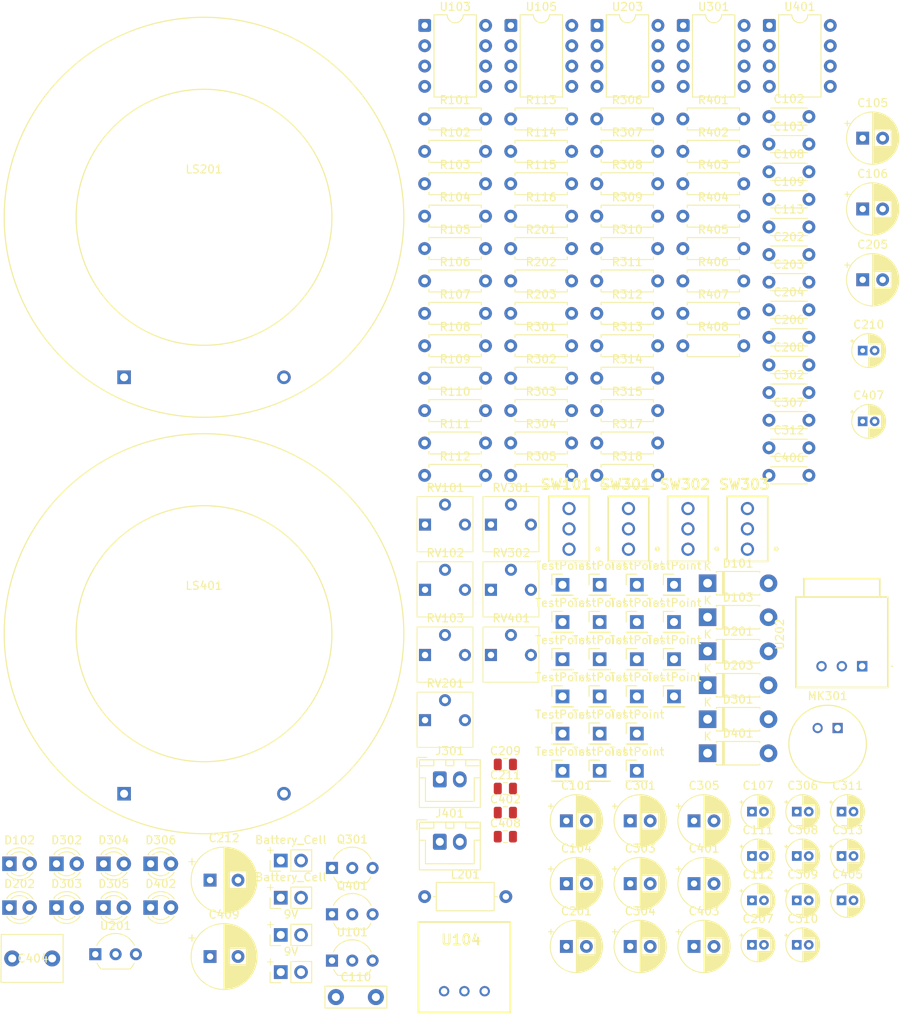
<source format=kicad_pcb>
(kicad_pcb (version 20241229) (generator "pcbnew") (generator_version "9.0")
  (layers (0 "F.Cu" signal) (2 "B.Cu" signal) (13 "F.Paste" user) (15 "B.Paste" user) (5 "F.SilkS" user "F.Silkscreen") (7 "B.SilkS" user "B.Silkscreen") (1 "F.Mask" user) (3 "B.Mask" user) (25 "Edge.Cuts" user))
  (net 0 "")
  (net 1 "GNDPWR")
  (net 2 "Net-(BT101-+)")
  (net 3 "Net-(BT201-+)")
  (net 4 "Net-(BT301-+)")
  (net 5 "Net-(BT401-+)")
  (net 6 "+9V")
  (net 7 "Net-(D103-A)")
  (net 8 "+5V")
  (net 9 "+2V5")
  (net 10 "Net-(U105A--)")
  (net 11 "VBUS")
  (net 12 "Net-(U103B--)")
  (net 13 "Net-(C110-Pad2)")
  (net 14 "Net-(C111-Pad2)")
  (net 15 "Net-(C111-Pad1)")
  (net 16 "Net-(U105B-+)")
  (net 17 "Net-(C112-Pad2)")
  (net 18 "Net-(U202-Vcc)")
  (net 19 "Net-(U202-Vout)")
  (net 20 "Net-(C207-Pad2)")
  (net 21 "Net-(U203-+)")
  (net 22 "Net-(U203-BYPASS)")
  (net 23 "Net-(C211-Pad1)")
  (net 24 "Net-(C212-Pad1)")
  (net 25 "Net-(C212-Pad2)")
  (net 26 "Net-(D301-K)")
  (net 27 "+4V")
  (net 28 "Net-(D302-A)")
  (net 29 "+1V5")
  (net 30 "Net-(SW301-3)")
  (net 31 "Net-(U301A-+)")
  (net 32 "Net-(SW302-A)")
  (net 33 "Net-(D303-K)")
  (net 34 "Net-(C308-Pad1)")
  (net 35 "Net-(C309-Pad1)")
  (net 36 "Net-(SW303-A)")
  (net 37 "Net-(C310-Pad1)")
  (net 38 "Net-(C311-Pad1)")
  (net 39 "Net-(C312-Pad2)")
  (net 40 "Net-(U301B--)")
  (net 41 "Net-(C313-Pad2)")
  (net 42 "Net-(D401-K)")
  (net 43 "Net-(Q401-B)")
  (net 44 "Net-(C404-Pad1)")
  (net 45 "Net-(C405-Pad2)")
  (net 46 "Net-(Q401-E)")
  (net 47 "Net-(U401-+)")
  (net 48 "Net-(U401-BYPASS)")
  (net 49 "Net-(C408-Pad1)")
  (net 50 "Net-(C409-Pad2)")
  (net 51 "Net-(C409-Pad1)")
  (net 52 "Net-(D102-A)")
  (net 53 "Net-(D202-A)")
  (net 54 "Net-(D303-A)")
  (net 55 "Net-(D305-K)")
  (net 56 "Net-(D402-A)")
  (net 57 "Net-(J301-Pin_1)")
  (net 58 "Net-(J401-Pin_1)")
  (net 59 "Net-(MK301-+)")
  (net 60 "Net-(Q301-E)")
  (net 61 "Net-(R105-Pad1)")
  (net 62 "Net-(R106-Pad2)")
  (net 63 "Net-(U105A-+)")
  (net 64 "Net-(R108-Pad2)")
  (net 65 "Net-(U103A-+)")
  (net 66 "Net-(R110-Pad2)")
  (net 67 "Net-(R111-Pad2)")
  (net 68 "Net-(R112-Pad1)")
  (net 69 "Net-(SW101-4)")
  (net 70 "Net-(SW101-3)")
  (net 71 "Net-(U104-Vin)")
  (net 72 "Net-(U105B--)")
  (net 73 "Net-(R202-Pad1)")
  (net 74 "Net-(R305-Pad1)")
  (net 75 "Net-(SW301-4)")
  (net 76 "Net-(R309-Pad2)")
  (net 77 "Net-(U301B-+)")
  (net 78 "Net-(R407-Pad1)")
  (footprint "0_Global_OriginalFootPrint:PanelMount_Jack" (layer "F.Cu") (at 153.8 103.71)
    (property "Reference" "TP405")
    (property "Value" "TestPoint" (at 0 -2.4 0) (layer "F.SilkS"))
    (pad "1" thru_hole rect (at 0 0) (size 1.7 1.7) (drill 1) (layers "*.Cu" "*.Mask") (net 50 "Net-(C409-Pad2)"))
  )
  (footprint "0_Global_OriginalFootPrint:PLR135T" (layer "F.Cu") (at 177.335 99.935)
    (property "Reference" "U202" (at -10.3 -4 90) (layer "F.SilkS"))
    (property "Value" "PLR135/T" (hide yes))
    (pad "" np_thru_hole circle (at -6.35 -3.95) (size 3.2 3.2) (drill 3.2) (layers "*.Cu" "*.Mask"))
    (pad "" np_thru_hole circle (at 1.27 -3.95) (size 3.2 3.2) (drill 3.2) (layers "*.Cu" "*.Mask"))
    (pad "1" thru_hole rect (at 0 0) (size 1.3 1.3) (drill 0.8) (layers "*.Cu" "*.Mask") (net 18 "Net-(U202-Vcc)"))
    (pad "2" thru_hole circle (at -2.54 0) (size 1.3 1.3) (drill 0.8) (layers "*.Cu" "*.Mask") (net 1 "GNDPWR"))
    (pad "3" thru_hole circle (at -5.08 0) (size 1.3 1.3) (drill 0.8) (layers "*.Cu" "*.Mask") (net 19 "Net-(U202-Vout)"))
  )
  (footprint "Resistor_THT:R_Axial_DIN0207_L6.3mm_D2.5mm_P7.62mm_Horizontal" (layer "F.Cu") (at 122.6 43.68)
    (property "Reference" "R104" (at 3.81 -2.37 0) (layer "F.SilkS"))
    (property "Value" "4.7k")
    (pad "1" thru_hole circle (at 0 0) (size 1.6 1.6) (drill 0.8) (layers "*.Cu" "*.Mask") (net 1 "GNDPWR"))
    (pad "2" thru_hole oval (at 7.62 0) (size 1.6 1.6) (drill 0.8) (layers "*.Cu" "*.Mask") (net 9 "+2V5"))
  )
  (footprint "Capacitor_SMD:C_0805_2012Metric" (layer "F.Cu") (at 132.7 121.24)
    (property "Reference" "C408" (at 0 -1.68 0) (layer "F.SilkS"))
    (property "Value" "0.047u")
    (pad "1" smd roundrect (at -0.95 0) (size 1 1.45) (layers "F.Cu" "F.Mask" "F.Paste") (net 49 "Net-(C408-Pad1)"))
    (pad "2" smd roundrect (at 0.95 0) (size 1 1.45) (layers "F.Cu" "F.Mask" "F.Paste") (net 1 "GNDPWR"))
  )
  (footprint "Capacitor_THT:CP_Radial_D4.0mm_P1.50mm" (layer "F.Cu") (at 163.554801 134.76)
    (property "Reference" "C207" (at 0.75 -3.25 0) (layer "F.SilkS"))
    (property "Value" "10u")
    (pad "1" thru_hole rect (at 0 0) (size 1.2 1.2) (drill 0.6) (layers "*.Cu" "*.Mask") (net 19 "Net-(U202-Vout)"))
    (pad "2" thru_hole circle (at 1.5 0) (size 1.2 1.2) (drill 0.6) (layers "*.Cu" "*.Mask") (net 20 "Net-(C207-Pad2)"))
  )
  (footprint "Resistor_THT:R_Axial_DIN0207_L6.3mm_D2.5mm_P7.62mm_Horizontal" (layer "F.Cu") (at 133.37 51.78)
    (property "Reference" "R202" (at 3.81 -2.37 0) (layer "F.SilkS"))
    (property "Value" "10k")
    (pad "1" thru_hole circle (at 0 0) (size 1.6 1.6) (drill 0.8) (layers "*.Cu" "*.Mask") (net 73 "Net-(R202-Pad1)"))
    (pad "2" thru_hole oval (at 7.62 0) (size 1.6 1.6) (drill 0.8) (layers "*.Cu" "*.Mask") (net 21 "Net-(U203-+)"))
  )
  (footprint "Diode_THT:D_DO-41_SOD81_P7.62mm_Horizontal" (layer "F.Cu") (at 158 106.56)
    (property "Reference" "D301" (at 3.81 -2.47 0) (layer "F.SilkS"))
    (property "Value" "SBM245L")
    (fp_text user "K" (at 0 -2.1 0) (layer "F.SilkS"))
    (pad "1" thru_hole rect (at 0 0) (size 2.2 2.2) (drill 1.1) (layers "*.Cu" "*.Mask") (net 26 "Net-(D301-K)"))
    (pad "2" thru_hole oval (at 7.62 0) (size 2.2 2.2) (drill 1.1) (layers "*.Cu" "*.Mask") (net 4 "Net-(BT301-+)"))
  )
  (footprint "Capacitor_THT:C_Disc_D4.3mm_W1.9mm_P5.00mm" (layer "F.Cu") (at 165.68 72.63)
    (property "Reference" "C312" (at 2.5 -2.2 0) (layer "F.SilkS"))
    (property "Value" "220p")
    (pad "1" thru_hole circle (at 0 0) (size 1.6 1.6) (drill 0.8) (layers "*.Cu" "*.Mask") (net 40 "Net-(U301B--)"))
    (pad "2" thru_hole circle (at 5 0) (size 1.6 1.6) (drill 0.8) (layers "*.Cu" "*.Mask") (net 39 "Net-(C312-Pad2)"))
  )
  (footprint "Capacitor_THT:CP_Radial_D6.3mm_P2.50mm" (layer "F.Cu") (at 148.320482 134.96)
    (property "Reference" "C304" (at 1.25 -4.4 0) (layer "F.SilkS"))
    (property "Value" "47u")
    (pad "1" thru_hole rect (at 0 0) (size 1.6 1.6) (drill 0.8) (layers "*.Cu" "*.Mask") (net 28 "Net-(D302-A)"))
    (pad "2" thru_hole circle (at 2.5 0) (size 1.6 1.6) (drill 0.8) (layers "*.Cu" "*.Mask") (net 1 "GNDPWR"))
  )
  (footprint "0_Global_OriginalFootPrint:TCOS_GF063P" (layer "F.Cu") (at 130.9 98.63)
    (property "Reference" "RV401" (at 2.55 -4.7 0) (layer "F.SilkS"))
    (property "Value" "Vol 50kA")
    (pad "1" thru_hole rect (at 0 -0.1) (size 1.5 1.5) (drill 0.8) (layers "*.Cu" "*.Mask") (net 1 "GNDPWR"))
    (pad "2" thru_hole circle (at 2.5 -2.6) (size 1.5 1.5) (drill 0.8) (layers "*.Cu" "*.Mask") (net 78 "Net-(R407-Pad1)"))
    (pad "3" thru_hole circle (at 5 -0.1) (size 1.5 1.5) (drill 0.8) (layers "*.Cu" "*.Mask") (net 45 "Net-(C405-Pad2)"))
  )
  (footprint "Capacitor_THT:C_Disc_D4.3mm_W1.9mm_P5.00mm" (layer "F.Cu") (at 165.68 45.03)
    (property "Reference" "C113" (at 2.5 -2.2 0) (layer "F.SilkS"))
    (property "Value" "0.1u")
    (pad "1" thru_hole circle (at 0 0) (size 1.6 1.6) (drill 0.8) (layers "*.Cu" "*.Mask") (net 8 "+5V"))
    (pad "2" thru_hole circle (at 5 0) (size 1.6 1.6) (drill 0.8) (layers "*.Cu" "*.Mask") (net 1 "GNDPWR"))
  )
  (footprint "Capacitor_THT:CP_Radial_D4.0mm_P1.50mm" (layer "F.Cu") (at 169.159602 134.76)
    (property "Reference" "C310" (at 0.75 -3.25 0) (layer "F.SilkS"))
    (property "Value" "10u")
    (pad "1" thru_hole rect (at 0 0) (size 1.2 1.2) (drill 0.6) (layers "*.Cu" "*.Mask") (net 37 "Net-(C310-Pad1)"))
    (pad "2" thru_hole circle (at 1.5 0) (size 1.2 1.2) (drill 0.6) (layers "*.Cu" "*.Mask") (net 36 "Net-(SW303-A)"))
  )
  (footprint "0_Global_OriginalFootPrint:TCOS_GF063P" (layer "F.Cu") (at 122.65 90.48)
    (property "Reference" "RV102" (at 2.55 -4.7 0) (layer "F.SilkS"))
    (property "Value" "RATE 100kC")
    (pad "1" thru_hole rect (at 0 -0.1) (size 1.5 1.5) (drill 0.8) (layers "*.Cu" "*.Mask") (net 66 "Net-(R110-Pad2)"))
    (pad "2" thru_hole circle (at 2.5 -2.6) (size 1.5 1.5) (drill 0.8) (layers "*.Cu" "*.Mask") (net 68 "Net-(R112-Pad1)"))
    (pad "3" thru_hole circle (at 5 -0.1) (size 1.5 1.5) (drill 0.8) (layers "*.Cu" "*.Mask") (net 64 "Net-(R108-Pad2)"))
  )
  (footprint "Resistor_THT:R_Axial_DIN0207_L6.3mm_D2.5mm_P7.62mm_Horizontal" (layer "F.Cu") (at 154.91 59.88)
    (property "Reference" "R408" (at 3.81 -2.37 0) (layer "F.SilkS"))
    (property "Value" "10")
    (pad "1" thru_hole circle (at 0 0) (size 1.6 1.6) (drill 0.8) (layers "*.Cu" "*.Mask") (net 49 "Net-(C408-Pad1)"))
    (pad "2" thru_hole oval (at 7.62 0) (size 1.6 1.6) (drill 0.8) (layers "*.Cu" "*.Mask") (net 51 "Net-(C409-Pad1)"))
  )
  (footprint "Package_DIP:DIP-8_W7.62mm" (layer "F.Cu") (at 122.61 19.84)
    (property "Reference" "U103" (at 3.81 -2.33 0) (layer "F.SilkS"))
    (property "Value" "NJU7032D")
    (pad "1" thru_hole roundrect (at 0 0) (size 1.6 1.6) (drill 0.8) (layers "*.Cu" "*.Mask") (roundrect_rratio 0.15625) (net 64 "Net-(R108-Pad2)"))
    (pad "2" thru_hole circle (at 0 2.54) (size 1.6 1.6) (drill 0.8) (layers "*.Cu" "*.Mask") (net 9 "+2V5"))
    (pad "3" thru_hole circle (at 0 5.08) (size 1.6 1.6) (drill 0.8) (layers "*.Cu" "*.Mask") (net 65 "Net-(U103A-+)"))
    (pad "4" thru_hole circle (at 0 7.62) (size 1.6 1.6) (drill 0.8) (layers "*.Cu" "*.Mask") (net 1 "GNDPWR"))
    (pad "5" thru_hole circle (at 7.62 7.62) (size 1.6 1.6) (drill 0.8) (layers "*.Cu" "*.Mask") (net 9 "+2V5"))
    (pad "6" thru_hole circle (at 7.62 5.08) (size 1.6 1.6) (drill 0.8) (layers "*.Cu" "*.Mask") (net 12 "Net-(U103B--)"))
    (pad "7" thru_hole circle (at 7.62 2.54) (size 1.6 1.6) (drill 0.8) (layers "*.Cu" "*.Mask") (net 13 "Net-(C110-Pad2)"))
    (pad "8" thru_hole circle (at 7.62 0) (size 1.6 1.6) (drill 0.8) (layers "*.Cu" "*.Mask") (net 8 "+5V"))
  )
  (footprint "Package_DIP:DIP-8_W7.62mm" (layer "F.Cu") (at 154.95 19.84)
    (property "Reference" "U301" (at 3.81 -2.33 0) (layer "F.SilkS"))
    (property "Value" "NJM4580")
    (pad "1" thru_hole roundrect (at 0 0) (size 1.6 1.6) (drill 0.8) (layers "*.Cu" "*.Mask") (roundrect_rratio 0.15625) (net 33 "Net-(D303-K)"))
    (pad "2" thru_hole circle (at 0 2.54) (size 1.6 1.6) (drill 0.8) (layers "*.Cu" "*.Mask") (net 32 "Net-(SW302-A)"))
    (pad "3" thru_hole circle (at 0 5.08) (size 1.6 1.6) (drill 0.8) (layers "*.Cu" "*.Mask") (net 31 "Net-(U301A-+)"))
    (pad "4" thru_hole circle (at 0 7.62) (size 1.6 1.6) (drill 0.8) (layers "*.Cu" "*.Mask") (net 1 "GNDPWR"))
    (pad "5" thru_hole circle (at 7.62 7.62) (size 1.6 1.6) (drill 0.8) (layers "*.Cu" "*.Mask") (net 77 "Net-(U301B-+)"))
    (pad "6" thru_hole circle (at 7.62 5.08) (size 1.6 1.6) (drill 0.8) (layers "*.Cu" "*.Mask") (net 40 "Net-(U301B--)"))
    (pad "7" thru_hole circle (at 7.62 2.54) (size 1.6 1.6) (drill 0.8) (layers "*.Cu" "*.Mask") (net 39 "Net-(C312-Pad2)"))
    (pad "8" thru_hole circle (at 7.62 0) (size 1.6 1.6) (drill 0.8) (layers "*.Cu" "*.Mask") (net 26 "Net-(D301-K)"))
  )
  (footprint "Resistor_THT:R_Axial_DIN0207_L6.3mm_D2.5mm_P7.62mm_Horizontal" (layer "F.Cu") (at 154.91 43.68)
    (property "Reference" "R404" (at 3.81 -2.37 0) (layer "F.SilkS"))
    (property "Value" "1k")
    (pad "1" thru_hole circle (at 0 0) (size 1.6 1.6) (drill 0.8) (layers "*.Cu" "*.Mask") (net 58 "Net-(J401-Pin_1)"))
    (pad "2" thru_hole oval (at 7.62 0) (size 1.6 1.6) (drill 0.8) (layers "*.Cu" "*.Mask") (net 44 "Net-(C404-Pad1)"))
  )
  (footprint "Capacitor_THT:CP_Radial_D6.3mm_P2.50mm" (layer "F.Cu") (at 148.320482 119.26)
    (property "Reference" "C301" (at 1.25 -4.4 0) (layer "F.SilkS"))
    (property "Value" "100u")
    (pad "1" thru_hole rect (at 0 0) (size 1.6 1.6) (drill 0.8) (layers "*.Cu" "*.Mask") (net 26 "Net-(D301-K)"))
    (pad "2" thru_hole circle (at 2.5 0) (size 1.6 1.6) (drill 0.8) (layers "*.Cu" "*.Mask") (net 1 "GNDPWR"))
  )
  (footprint "0_Global_OriginalFootPrint:Toggle_SW_mini_2MS1-T1-B4-M2-Q-E" (layer "F.Cu") (at 162.985 82.77)
    (property "Reference" "SW303" (at -0.389 -5.561 0) (layer "F.SilkS") (effects (font (size 1.27 1.27) (thickness 0.254))))
    (property "Value" "SW_SPST" (hide yes))
    (pad "1" thru_hole circle (at 0 2.54) (size 1.65 1.65) (drill 1.09) (layers "*.Cu" "*.Mask") (net 36 "Net-(SW303-A)"))
    (pad "2" thru_hole circle (at 0 0) (size 1.65 1.65) (drill 1.09) (layers "*.Cu" "*.Mask") (net 55 "Net-(D305-K)"))
    (pad "3" thru_hole circle (at 0 -2.54) (size 1.65 1.65) (drill 1.09) (layers "*.Cu" "*.Mask"))
  )
  (footprint "Capacitor_THT:C_Disc_D4.3mm_W1.9mm_P5.00mm" (layer "F.Cu") (at 165.68 34.68)
    (property "Reference" "C103" (at 2.5 -2.2 0) (layer "F.SilkS"))
    (property "Value" "0.1u")
    (pad "1" thru_hole circle (at 0 0) (size 1.6 1.6) (drill 0.8) (layers "*.Cu" "*.Mask") (net 7 "Net-(D103-A)"))
    (pad "2" thru_hole circle (at 5 0) (size 1.6 1.6) (drill 0.8) (layers "*.Cu" "*.Mask") (net 1 "GNDPWR"))
  )
  (footprint "Resistor_THT:R_Axial_DIN0207_L6.3mm_D2.5mm_P7.62mm_Horizontal" (layer "F.Cu") (at 144.14 55.83)
    (property "Reference" "R312" (at 3.81 -2.37 0) (layer "F.SilkS"))
    (property "Value" "100k")
    (pad "1" thru_hole circle (at 0 0) (size 1.6 1.6) (drill 0.8) (layers "*.Cu" "*.Mask") (net 1 "GNDPWR"))
    (pad "2" thru_hole oval (at 7.62 0) (size 1.6 1.6) (drill 0.8) (layers "*.Cu" "*.Mask") (net 36 "Net-(SW303-A)"))
  )
  (footprint "LED_THT:LED_D3.0mm" (layer "F.Cu") (at 82.43 124.63)
    (property "Reference" "D304" (at 1.27 -2.96 0) (layer "F.SilkS"))
    (property "Value" "LED")
    (pad "1" thru_hole rect (at 0 0) (size 1.8 1.8) (drill 0.9) (layers "*.Cu" "*.Mask") (net 54 "Net-(D303-A)"))
    (pad "2" thru_hole circle (at 2.54 0) (size 1.8 1.8) (drill 0.9) (layers "*.Cu" "*.Mask") (net 33 "Net-(D303-K)"))
  )
  (footprint "Capacitor_THT:CP_Radial_D6.3mm_P2.50mm" (layer "F.Cu") (at 156.305723 119.26)
    (property "Reference" "C305" (at 1.25 -4.4 0) (layer "F.SilkS"))
    (property "Value" "100u")
    (pad "1" thru_hole rect (at 0 0) (size 1.6 1.6) (drill 0.8) (layers "*.Cu" "*.Mask") (net 29 "+1V5"))
    (pad "2" thru_hole circle (at 2.5 0) (size 1.6 1.6) (drill 0.8) (layers "*.Cu" "*.Mask") (net 1 "GNDPWR"))
  )
  (footprint "Resistor_THT:R_Axial_DIN0207_L6.3mm_D2.5mm_P7.62mm_Horizontal" (layer "F.Cu") (at 122.6 39.63)
    (property "Reference" "R103" (at 3.81 -2.37 0) (layer "F.SilkS"))
    (property "Value" "4.7k")
    (pad "1" thru_hole circle (at 0 0) (size 1.6 1.6) (drill 0.8) (layers "*.Cu" "*.Mask") (net 9 "+2V5"))
    (pad "2" thru_hole oval (at 7.62 0) (size 1.6 1.6) (drill 0.8) (layers "*.Cu" "*.Mask") (net 8 "+5V"))
  )
  (footprint "Resistor_THT:R_Axial_DIN0207_L6.3mm_D2.5mm_P7.62mm_Horizontal" (layer "F.Cu") (at 144.14 47.73)
    (property "Reference" "R310" (at 3.81 -2.37 0) (layer "F.SilkS"))
    (property "Value" "10k")
    (pad "1" thru_hole circle (at 0 0) (size 1.6 1.6) (drill 0.8) (layers "*.Cu" "*.Mask") (net 34 "Net-(C308-Pad1)"))
    (pad "2" thru_hole oval (at 7.62 0) (size 1.6 1.6) (drill 0.8) (layers "*.Cu" "*.Mask") (net 32 "Net-(SW302-A)"))
  )
  (footprint "Capacitor_THT:CP_Radial_D4.0mm_P1.50mm" (layer "F.Cu") (at 163.554801 123.66)
    (property "Reference" "C111" (at 0.75 -3.25 0) (layer "F.SilkS"))
    (property "Value" "10u")
    (pad "1" thru_hole rect (at 0 0) (size 1.2 1.2) (drill 0.6) (layers "*.Cu" "*.Mask") (net 15 "Net-(C111-Pad1)"))
    (pad "2" thru_hole circle (at 1.5 0) (size 1.2 1.2) (drill 0.6) (layers "*.Cu" "*.Mask") (net 14 "Net-(C111-Pad2)"))
  )
  (footprint "Capacitor_THT:CP_Radial_D6.3mm_P2.50mm" (layer "F.Cu") (at 140.335241 119.26)
    (property "Reference" "C101" (at 1.25 -4.4 0) (layer "F.SilkS"))
    (property "Value" "100u")
    (pad "1" thru_hole rect (at 0 0) (size 1.6 1.6) (drill 0.8) (layers "*.Cu" "*.Mask") (net 6 "+9V"))
    (pad "2" thru_hole circle (at 2.5 0) (size 1.6 1.6) (drill 0.8) (layers "*.Cu" "*.Mask") (net 1 "GNDPWR"))
  )
  (footprint "Resistor_THT:R_Axial_DIN0207_L6.3mm_D2.5mm_P7.62mm_Horizontal" (layer "F.Cu") (at 122.6 72.03)
    (property "Reference" "R111" (at 3.81 -2.37 0) (layer "F.SilkS"))
    (property "Value" "22k")
    (pad "1" thru_hole circle (at 0 0) (size 1.6 1.6) (drill 0.8) (layers "*.Cu" "*.Mask") (net 64 "Net-(R108-Pad2)"))
    (pad "2" thru_hole oval (at 7.62 0) (size 1.6 1.6) (drill 0.8) (layers "*.Cu" "*.Mask") (net 67 "Net-(R111-Pad2)"))
  )
  (footprint "Capacitor_THT:CP_Radial_D4.0mm_P1.50mm" (layer "F.Cu") (at 174.764403 123.66)
    (property "Reference" "C313" (at 0.75 -3.25 0) (layer "F.SilkS"))
    (property "Value" "10u")
    (pad "1" thru_hole rect (at 0 0) (size 1.2 1.2) (drill 0.6) (layers "*.Cu" "*.Mask") (net 39 "Net-(C312-Pad2)"))
    (pad "2" thru_hole circle (at 1.5 0) (size 1.2 1.2) (drill 0.6) (layers "*.Cu" "*.Mask") (net 41 "Net-(C313-Pad2)"))
  )
  (footprint "LED_THT:LED_D3.0mm" (layer "F.Cu") (at 70.65 130.1)
    (property "Reference" "D202" (at 1.27 -2.96 0) (layer "F.SilkS"))
    (property "Value" "LED")
    (pad "1" thru_hole rect (at 0 0) (size 1.8 1.8) (drill 0.9) (layers "*.Cu" "*.Mask") (net 1 "GNDPWR"))
    (pad "2" thru_hole circle (at 2.54 0) (size 1.8 1.8) (drill 0.9) (layers "*.Cu" "*.Mask") (net 53 "Net-(D202-A)"))
  )
  (footprint "Resistor_THT:R_Axial_DIN0207_L6.3mm_D2.5mm_P7.62mm_Horizontal" (layer "F.Cu") (at 144.14 35.58)
    (property "Reference" "R307" (at 3.81 -2.37 0) (layer "F.SilkS"))
    (property "Value" "100k")
    (pad "1" thru_hole circle (at 0 0) (size 1.6 1.6) (drill 0.8) (layers "*.Cu" "*.Mask") (net 1 "GNDPWR"))
    (pad "2" thru_hole oval (at 7.62 0) (size 1.6 1.6) (drill 0.8) (layers "*.Cu" "*.Mask") (net 75 "Net-(SW301-4)"))
  )
  (footprint "Diode_THT:D_DO-41_SOD81_P7.62mm_Horizontal" (layer "F.Cu") (at 158 89.56)
    (property "Reference" "D101" (at 3.81 -2.47 0) (layer "F.SilkS"))
    (property "Value" "SBM245L")
    (fp_text user "K" (at 0 -2.1 0) (layer "F.SilkS"))
    (pad "1" thru_hole rect (at 0 0) (size 2.2 2.2) (drill 1.1) (layers "*.Cu" "*.Mask") (net 6 "+9V"))
    (pad "2" thru_hole oval (at 7.62 0) (size 2.2 2.2) (drill 1.1) (layers "*.Cu" "*.Mask") (net 2 "Net-(BT101-+)"))
  )
  (footprint "Capacitor_THT:CP_Radial_D6.3mm_P2.50mm" (layer "F.Cu") (at 148.320482 127.11)
    (property "Reference" "C303" (at 1.25 -4.4 0) (layer "F.SilkS"))
    (property "Value" "47u")
    (pad "1" thru_hole rect (at 0 0) (size 1.6 1.6) (drill 0.8) (layers "*.Cu" "*.Mask") (net 27 "+4V"))
    (pad "2" thru_hole circle (at 2.5 0) (size 1.6 1.6) (drill 0.8) (layers "*.Cu" "*.Mask") (net 1 "GNDPWR"))
  )
  (footprint "Capacitor_SMD:C_0805_2012Metric" (layer "F.Cu") (at 132.7 118.23)
    (property "Reference" "C402" (at 0 -1.68 0) (layer "F.SilkS"))
    (property "Value" "0.047u")
    (pad "1" smd roundrect (at -0.95 0) (size 1 1.45) (layers "F.Cu" "F.Mask" "F.Paste") (net 42 "Net-(D401-K)"))
    (pad "2" smd roundrect (at 0.95 0) (size 1 1.45) (layers "F.Cu" "F.Mask" "F.Paste") (net 1 "GNDPWR"))
  )
  (footprint "Resistor_THT:R_Axial_DIN0207_L6.3mm_D2.5mm_P7.62mm_Horizontal" (layer "F.Cu") (at 144.14 67.98)
    (property "Reference" "R315" (at 3.81 -2.37 0) (layer "F.SilkS"))
    (property "Value" "56k")
    (pad "1" thru_hole circle (at 0 0) (size 1.6 1.6) (drill 0.8) (layers "*.Cu" "*.Mask") (net 27 "+4V"))
    (pad "2" thru_hole oval (at 7.62 0) (size 1.6 1.6) (drill 0.8) (layers "*.Cu" "*.Mask") (net 77 "Net-(U301B-+)"))
  )
  (footprint "Resistor_THT:R_Axial_DIN0207_L6.3mm_D2.5mm_P7.62mm_Horizontal" (layer "F.Cu") (at 144.14 43.68)
    (property "Reference" "R309" (at 3.81 -2.37 0) (layer "F.SilkS"))
    (property "Value" "47k")
    (pad "1" thru_hole circle (at 0 0) (size 1.6 1.6) (drill 0.8) (layers "*.Cu" "*.Mask") (net 32 "Net-(SW302-A)"))
    (pad "2" thru_hole oval (at 7.62 0) (size 1.6 1.6) (drill 0.8) (layers "*.Cu" "*.Mask") (net 76 "Net-(R309-Pad2)"))
  )
  (footprint "0_Global_OriginalFootPrint:PanelMount_Jack" (layer "F.Cu") (at 153.8 89.76)
    (property "Reference" "TP402")
    (property "Value" "TestPoint" (at 0 -2.4 0) (layer "F.SilkS"))
    (pad "1" thru_hole rect (at 0 0) (size 1.7 1.7) (drill 1) (layers "*.Cu" "*.Mask") (net 58 "Net-(J401-Pin_1)"))
  )
  (footprint "Capacitor_THT:C_Disc_D4.3mm_W1.9mm_P5.00mm" (layer "F.Cu") (at 165.68 41.58)
    (property "Reference" "C109" (at 2.5 -2.2 0) (layer "F.SilkS"))
    (property "Value" "0.1u")
    (pad "1" thru_hole circle (at 0 0) (size 1.6 1.6) (drill 0.8) (layers "*.Cu" "*.Mask") (net 6 "+9V"))
    (pad "2" thru_hole circle (at 5 0) (size 1.6 1.6) (drill 0.8) (layers "*.Cu" "*.Mask") (net 1 "GNDPWR"))
  )
  (footprint "0_Global_OriginalFootPrint:PanelMount_Jack" (layer "F.Cu") (at 139.85 94.41)
    (property "Reference" "TP102")
    (property "Value" "TestPoint" (at 0 -2.4 0) (layer "F.SilkS"))
    (pad "1" thru_hole rect (at 0 0) (size 1.7 1.7) (drill 1) (layers "*.Cu" "*.Mask") (net 8 "+5V"))
  )
  (footprint "Capacitor_THT:CP_Radial_D6.3mm_P2.50mm" (layer "F.Cu") (at 177.405 51.63)
    (property "Reference" "C205" (at 1.25 -4.4 0) (layer "F.SilkS"))
    (property "Value" "47u")
    (pad "1" thru_hole rect (at 0 0) (size 1.6 1.6) (drill 0.8) (layers "*.Cu" "*.Mask") (net 18 "Net-(U202-Vcc)"))
    (pad "2" thru_hole circle (at 2.5 0) (size 1.6 1.6) (drill 0.8) (layers "*.Cu" "*.Mask") (net 1 "GNDPWR"))
  )
  (footprint "0_Global_OriginalFootPrint:PanelMount_Jack" (layer "F.Cu") (at 149.15 99.06)
    (property "Reference" "TP305")
    (property "Value" "TestPoint" (at 0 -2.4 0) (layer "F.SilkS"))
    (pad "1" thru_hole rect (at 0 0) (size 1.7 1.7) (drill 1) (layers "*.Cu" "*.Mask") (net 33 "Net-(D303-K)"))
  )
  (footprint "Connector_JST:JST_XH_B2B-XH-A_1x02_P2.50mm_Vertical" (layer "F.Cu") (at 124.5 121.88)
    (property "Reference" "J401" (at 1.25 -3.55 0) (layer "F.SilkS"))
    (property "Value" "INPUT")
    (pad "1" thru_hole roundrect (at 0 0) (size 1.7 2) (drill 1) (layers "*.Cu" "*.Mask") (roundrect_rratio 0.147059) (net 58 "Net-(J401-Pin_1)"))
    (pad "2" thru_hole oval (at 2.5 0) (size 1.7 2) (drill 1) (layers "*.Cu" "*.Mask") (net 1 "GNDPWR"))
  )
  (footprint "Resistor_THT:R_Axial_DIN0207_L6.3mm_D2.5mm_P7.62mm_Horizontal" (layer "F.Cu") (at 122.6 51.78)
    (property "Reference" "R106" (at 3.81 -2.37 0) (layer "F.SilkS"))
    (property "Value" "4.7k")
    (pad "1" thru_hole circle (at 0 0) (size 1.6 1.6) (drill 0.8) (layers "*.Cu" "*.Mask") (net 1 "GNDPWR"))
    (pad "2" thru_hole oval (at 7.62 0) (size 1.6 1.6) (drill 0.8) (layers "*.Cu" "*.Mask") (net 62 "Net-(R106-Pad2)"))
  )
  (footprint "Capacitor_THT:C_Disc_D4.3mm_W1.9mm_P5.00mm" (layer "F.Cu") (at 165.68 62.28)
    (property "Reference" "C208" (at 2.5 -2.2 0) (layer "F.SilkS"))
    (property "Value" "220p")
    (pad "1" thru_hole circle (at 0 0) (size 1.6 1.6) (drill 0.8) (layers "*.Cu" "*.Mask") (net 21 "Net-(U203-+)"))
    (pad "2" thru_hole circle (at 5 0) (size 1.6 1.6) (drill 0.8) (layers "*.Cu" "*.Mask") (net 1 "GNDPWR"))
  )
  (footprint "Package_DIP:DIP-8_W7.62mm" (layer "F.Cu") (at 144.17 19.84)
    (property "Reference" "U203" (at 3.81 -2.33 0) (layer "F.SilkS"))
    (property "Value" "LM386")
    (pad "1" thru_hole roundrect (at 0 0) (size 1.6 1.6) (drill 0.8) (layers "*.Cu" "*.Mask") (roundrect_rratio 0.15625))
    (pad "2" thru_hole circle (at 0 2.54) (size 1.6 1.6) (drill 0.8) (layers "*.Cu" "*.Mask") (net 1 "GNDPWR"))
    (pad "3" thru_hole circle (at 0 5.08) (size 1.6 1.6) (drill 0.8) (layers "*.Cu" "*.Mask") (net 21 "Net-(U203-+)"))
    (pad "4" thru_hole circle (at 0 7.62) (size 1.6 1.6) (drill 0.8) (layers "*.Cu" "*.Mask") (net 1 "GNDPWR"))
    (pad "5" thru_hole circle (at 7.62 7.62) (size 1.6 1.6) (drill 0.8) (layers "*.Cu" "*.Mask") (net 24 "Net-(C212-Pad1)"))
    (pad "6" thru_hole circle (at 7.62 5.08) (size 1.6 1.6) (drill 0.8) (layers "*.Cu" "*.Mask") (net 6 "+9V"))
    (pad "7" thru_hole circle (at 7.62 2.54) (size 1.6 1.6) (drill 0.8) (layers "*.Cu" "*.Mask") (net 22 "Net-(U203-BYPASS)"))
    (pad "8" thru_hole circle (at 7.62 0) (size 1.6 1.6) (drill 0.8) (layers "*.Cu" "*.Mask"))
  )
  (footprint "0_Global_OriginalFootPrint:Toggle_SW_mini_2MS1-T1-B4-M2-Q-E" (layer "F.Cu") (at 148.105 82.77)
    (property "Reference" "SW301" (at -0.389 -5.561 0) (layer "F.SilkS") (effects (font (size 1.27 1.27) (thickness 0.254))))
    (property "Value" "SW_SPDT_MSM" (hide yes))
    (pad "1" thru_hole circle (at 0 2.54) (size 1.65 1.65) (drill 1.09) (layers "*.Cu" "*.Mask") (net 59 "Net-(MK301-+)"))
    (pad "2" thru_hole circle (at 0 0) (size 1.65 1.65) (drill 1.09) (layers "*.Cu" "*.Mask") (net 30 "Net-(SW301-3)"))
    (pad "3" thru_hole circle (at 0 -2.54) (size 1.65 1.65) (drill 1.09) (layers "*.Cu" "*.Mask") (net 75 "Net-(SW301-4)"))
  )
  (footprint "0_Global_OriginalFootPrint:PanelMount_Jack" (layer "F.Cu") (at 149.15 89.76)
    (property "Reference" "TP303")
    (property "Value" "TestPoint" (at 0 -2.4 0) (layer "F.SilkS"))
    (pad "1" thru_hole rect (at 0 0) (size 1.7 1.7) (drill 1) (layers "*.Cu" "*.Mask") (net 59 "Net-(MK301-+)"))
  )
  (footprint "Capacitor_THT:C_Disc_D4.3mm_W1.9mm_P5.00mm" (layer "F.Cu") (at 165.68 48.48)
    (property "Reference" "C202" (at 2.5 -2.2 0) (layer "F.SilkS"))
    (property "Value" "0.33u")
    (pad "1" thru_hole circle (at 0 0) (size 1.6 1.6) (drill 0.8) (layers "*.Cu" "*.Mask") (net 6 "+9V"))
    (pad "2" thru_hole circle (at 5 0) (size 1.6 1.6) (drill 0.8) (layers "*.Cu" "*.Mask") (net 1 "GNDPWR"))
  )
  (footprint "0_Global_OriginalFootPrint:TCOS_GF063P" (layer "F.Cu") (at 122.65 98.63)
    (property "Reference" "RV103" (at 2.55 -4.7 0) (layer "F.SilkS"))
    (property "Value" "Vol 50kA")
    (pad "1" thru_hole rect (at 0 -0.1) (size 1.5 1.5) (drill 0.8) (layers "*.Cu" "*.Mask") (net 1 "GNDPWR"))
    (pad "2" thru_hole circle (at 2.5 -2.6) (size 1.5 1.5) (drill 0.8) (layers "*.Cu" "*.Mask") (net 17 "Net-(C112-Pad2)"))
    (pad "3" thru_hole circle (at 5 -0.1) (size 1.5 1.5) (drill 0.8) (layers "*.Cu" "*.Mask") (net 14 "Net-(C111-Pad2)"))
  )
  (footprint "0_Global_OriginalFootPrint:Speaker_50mm" (layer "F.Cu") (at 95 43.82)
    (property "Reference" "LS201" (at 0 -6 0) (layer "F.SilkS"))
    (property "Value" "Speaker")
    (pad "1" thru_hole rect (at -10 20) (size 1.7 1.7) (drill 1) (layers "*.Cu" "*.Mask") (net 25 "Net-(C212-Pad2)"))
    (pad "2" thru_hole circle (at 10 20) (size 1.7 1.7) (drill 1) (layers "*.Cu" "*.Mask") (net 1 "GNDPWR"))
  )
  (footprint "Resistor_THT:R_Axial_DIN0207_L6.3mm_D2.5mm_P7.62mm_Horizontal" (layer "F.Cu") (at 133.37 59.88)
    (property "Reference" "R301" (at 3.81 -2.37 0) (layer "F.SilkS"))
    (property "Value" "10k")
    (pad "1" thru_hole circle (at 0 0) (size 1.6 1.6) (drill 0.8) (layers "*.Cu" "*.Mask") (net 27 "+4V"))
    (pad "2" thru_hole oval (at 7.62 0) (size 1.6 1.6) (drill 0.8) (layers "*.Cu" "*.Mask") (net 26 "Net-(D301-K)"))
  )
  (footprint "0_Global_OriginalFootPrint:PanelMount_Jack" (layer "F.Cu") (at 153.8 94.41)
    (property "Reference" "TP403")
    (property "Value" "TestPoint" (at 0 -2.4 0) (layer "F.SilkS"))
    (pad "1" thru_hole rect (at 0 0) (size 1.7 1.7) (drill 1) (layers "*.Cu" "*.Mask") (net 46 "Net-(Q401-E)"))
  )
  (footprint "Resistor_THT:R_Axial_DIN0207_L6.3mm_D2.5mm_P7.62mm_Horizontal" (layer "F.Cu") (at 122.6 76.08)
    (property "Reference" "R112" (at 3.81 -2.37 0) (layer "F.SilkS"))
    (property "Value" "100k")
    (pad "1" thru_hole circle (at 0 0) (size 1.6 1.6) (drill 0.8) (layers "*.Cu" "*.Mask") (net 68 "Net-(R112-Pad1)"))
    (pad "2" thru_hole oval (at 7.62 0) (size 1.6 1.6) (drill 0.8) (layers "*.Cu" "*.Mask") (net 12 "Net-(U103B--)"))
  )
  (footprint "Resistor_THT:R_Axial_DIN0207_L6.3mm_D2.5mm_P7.62mm_Horizontal" (layer "F.Cu") (at 154.91 35.58)
    (property "Reference" "R402" (at 3.81 -2.37 0) (layer "F.SilkS"))
    (property "Value" "10k")
    (pad "1" thru_hole circle (at 0 0) (size 1.6 1.6) (drill 0.8) (layers "*.Cu" "*.Mask") (net 42 "Net-(D401-K)"))
    (pad "2" thru_hole oval (at 7.62 0) (size 1.6 1.6) (drill 0.8) (layers "*.Cu" "*.Mask") (net 27 "+4V"))
  )
  (footprint "Capacitor_THT:CP_Radial_D8.0mm_P3.50mm" (layer "F.Cu") (at 95.754698 136.22)
    (property "Reference" "C409" (at 1.75 -5.25 0) (layer "F.SilkS"))
    (property "Value" "220u")
    (pad "1" thru_hole rect (at 0 0) (size 1.6 1.6) (drill 0.8) (layers "*.Cu" "*.Mask") (net 51 "Net-(C409-Pad1)"))
    (pad "2" thru_hole circle (at 3.5 0) (size 1.6 1.6) (drill 0.8) (layers "*.Cu" "*.Mask") (net 50 "Net-(C409-Pad2)"))
  )
  (footprint "Inductor_THT:L_Axial_L7.0mm_D3.3mm_P10.16mm_Horizontal_Fastron_MICC" (layer "F.Cu") (at 122.6 128.73)
    (property "Reference" "L201" (at 5.08 -2.77 0) (layer "F.SilkS"))
    (property "Value" "47uH")
    (pad "1" thru_hole circle (at 0 0) (size 1.6 1.6) (drill 0.8) (layers "*.Cu" "*.Mask") (net 18 "Net-(U202-Vcc)"))
    (pad "2" thru_hole oval (at 10.16 0) (size 1.6 1.6) (drill 0.8) (layers "*.Cu" "*.Mask") (net 8 "+5V"))
  )
  (footprint "Capacitor_THT:CP_Radial_D6.3mm_P2.50mm" (layer "F.Cu") (at 140.335241 134.96)
    (property "Reference" "C201" (at 1.25 -4.4 0) (layer "F.SilkS"))
    (property "Value" "100u")
    (pad "1" thru_hole rect (at 0 0) (size 1.6 1.6) (drill 0.8) (layers "*.Cu" "*.Mask") (net 6 "+9V"))
    (pad "2" thru_hole circle (at 2.5 0) (size 1.6 1.6) (drill 0.8) (layers "*.Cu" "*.Mask") (net 1 "GNDPWR"))
  )
  (footprint "0_Global_OriginalFootPrint:PanelMount_Jack" (layer "F.Cu") (at 149.15 103.71)
    (property "Reference" "TP306")
    (property "Value" "TestPoint" (at 0 -2.4 0) (layer "F.SilkS"))
    (pad "1" thru_hole rect (at 0 0) (size 1.7 1.7) (drill 1) (layers "*.Cu" "*.Mask") (net 77 "Net-(U301B-+)"))
  )
  (footprint "0_Global_OriginalFootPrint:PanelMount_Jack" (layer "F.Cu") (at 144.5 113.01)
    (property "Reference" "TP302")
    (property "Value" "TestPoint" (at 0 -2.4 0) (layer "F.SilkS"))
    (pad "1" thru_hole rect (at 0 0) (size 1.7 1.7) (drill 1) (layers "*.Cu" "*.Mask") (net 29 "+1V5"))
  )
  (footprint "Resistor_THT:R_Axial_DIN0207_L6.3mm_D2.5mm_P7.62mm_Horizontal" (layer "F.Cu") (at 144.14 51.78)
    (property "Reference" "R311" (at 3.81 -2.37 0) (layer "F.SilkS"))
    (property "Value" "470")
    (pad "1" thru_hole circle (at 0 0) (size 1.6 1.6) (drill 0.8) (layers "*.Cu" "*.Mask") (net 33 "Net-(D303-K)"))
    (pad "2" thru_hole oval (at 7.62 0) (size 1.6 1.6) (drill 0.8) (layers "*.Cu" "*.Mask") (net 35 "Net-(C309-Pad1)"))
  )
  (footprint "Resistor_THT:R_Axial_DIN0207_L6.3mm_D2.5mm_P7.62mm_Horizontal" (layer "F.Cu") (at 133.37 39.63)
    (property "Reference" "R115" (at 3.81 -2.37 0) (layer "F.SilkS"))
    (property "Value" "100k")
    (pad "1" thru_hole circle (at 0 0) (size 1.6 1.6) (drill 0.8) (layers "*.Cu" "*.Mask") (net 11 "VBUS"))
    (pad "2" thru_hole oval (at 7.62 0) (size 1.6 1.6) (drill 0.8) (layers "*.Cu" "*.Mask") (net 16 "Net-(U105B-+)"))
  )
  (footprint "Resistor_THT:R_Axial_DIN0207_L6.3mm_D2.5mm_P7.62mm_Horizontal" (layer "F.Cu") (at 154.91 51.78)
    (property "Reference" "R406" (at 3.81 -2.37 0) (layer "F.SilkS"))
    (property "Value" "10k")
    (pad "1" thru_hole circle (at 0 0) (size 1.6 1.6) (drill 0.8) (layers "*.Cu" "*.Mask") (net 1 "GNDPWR"))
    (pad "2" thru_hole oval (at 7.62 0) (size 1.6 1.6) (drill 0.8) (layers "*.Cu" "*.Mask") (net 46 "Net-(Q401-E)"))
  )
  (footprint "0_Global_OriginalFootPrint:Toggle_SW_mini_2MS1-T1-B4-M2-Q-E" (layer "F.Cu") (at 155.545 82.77)
    (property "Reference" "SW302" (at -0.389 -5.561 0) (layer "F.SilkS") (effects (font (size 1.27 1.27) (thickness 0.254))))
    (property "Value" "SW_SPST" (hide yes))
    (pad "1" thru_hole circle (at 0 2.54) (size 1.65 1.65) (drill 1.09) (layers "*.Cu" "*.Mask") (net 32 "Net-(SW302-A)"))
    (pad "2" thru_hole circle (at 0 0) (size 1.65 1.65) (drill 1.09) (layers "*.Cu" "*.Mask") (net 54 "Net-(D303-A)"))
    (pad "3" thru_hole circle (at 0 -2.54) (size 1.65 1.65) (drill 1.09) (layers "*.Cu" "*.Mask"))
  )
  (footprint "Resistor_THT:R_Axial_DIN0207_L6.3mm_D2.5mm_P7.62mm_Horizontal" (layer "F.Cu") (at 154.91 55.83)
    (property "Reference" "R407" (at 3.81 -2.37 0) (layer "F.SilkS"))
    (property "Value" "10k")
    (pad "1" thru_hole circle (at 0 0) (size 1.6 1.6) (drill 0.8) (layers "*.Cu" "*.Mask") (net 78 "Net-(R407-Pad1)"))
    (pad "2" thru_hole oval (at 7.62 0) (size 1.6 1.6) (drill 0.8) (layers "*.Cu" "*.Mask") (net 47 "Net-(U401-+)"))
  )
  (footprint "Package_DIP:DIP-8_W7.62mm" (layer "F.Cu") (at 133.39 19.84)
    (property "Reference" "U105" (at 3.81 -2.33 0) (layer "F.SilkS"))
    (property "Value" "NJU7032D")
    (pad "1" thru_hole roundrect (at 0 0) (size 1.6 1.6) (drill 0.8) (layers "*.Cu" "*.Mask") (roundrect_rratio 0.15625) (net 63 "Net-(U105A-+)"))
    (pad "2" thru_hole circle (at 0 2.54) (size 1.6 1.6) (drill 0.8) (layers "*.Cu" "*.Mask") (net 10 "Net-(U105A--)"))
    (pad "3" thru_hole circle (at 0 5.08) (size 1.6 1.6) (drill 0.8) (layers "*.Cu" "*.Mask") (net 63 "Net-(U105A-+)"))
    (pad "4" thru_hole circle (at 0 7.62) (size 1.6 1.6) (drill 0.8) (layers "*.Cu" "*.Mask") (net 1 "GNDPWR"))
    (pad "5" thru_hole circle (at 7.62 7.62) (size 1.6 1.6) (drill 0.8) (layers "*.Cu" "*.Mask") (net 16 "Net-(U105B-+)"))
    (pad "6" thru_hole circle (at 7.62 5.08) (size 1.6 1.6) (drill 0.8) (layers "*.Cu" "*.Mask") (net 72 "Net-(U105B--)"))
    (pad "7" thru_hole circle (at 7.62 2.54) (size 1.6 1.6) (drill 0.8) (layers "*.Cu" "*.Mask") (net 72 "Net-(U105B--)"))
    (pad "8" thru_hole circle (at 7.62 0) (size 1.6 1.6) (drill 0.8) (layers "*.Cu" "*.Mask") (net 6 "+9V"))
  )
  (footprint "Resistor_THT:R_Axial_DIN0207_L6.3mm_D2.5mm_P7.62mm_Horizontal" (layer "F.Cu") (at 133.37 47.73)
    (property "Reference" "R201" (at 3.81 -2.37 0) (layer "F.SilkS"))
    (property "Value" "4.7k")
    (pad "1" thru_hole circle (at 0 0) (size 1.6 1.6) (drill 0.8) (layers "*.Cu" "*.Mask") (net 53 "Net-(D202-A)"))
    (pad "2" thru_hole oval (at 7.62 0) (size 1.6 1.6) (drill 0.8) (layers "*.Cu" "*.Mask") (net 6 "+9V"))
  )
  (footprint "0_Global_OriginalFootPrint:C_Disc_D7.5mm_W6.0mm_P5.00mm(For Film 1uF)" (layer "F.Cu") (at 71 136.46)
    (property "Reference" "C404" (at 2.6 0 0) (layer "F.SilkS"))
    (property "Value" "1u")
    (pad "1" thru_hole circle (at 0 0) (size 2 2) (drill 1) (layers "*.Cu" "*.Mask") (net 44 "Net-(C404-Pad1)"))
    (pad "2" thru_hole circle (at 5 0) (size 2 2) (drill 1) (layers "*.Cu" "*.Mask") (net 43 "Net-(Q401-B)"))
  )
  (footprint "Resistor_THT:R_Axial_DIN0207_L6.3mm_D2.5mm_P7.62mm_Horizontal" (layer "F.Cu") (at 122.6 55.83)
    (property "Reference" "R107" (at 3.81 -2.37 0) (layer "F.SilkS"))
    (property "Value" "47")
    (pad "1" thru_hole circle (at 0 0) (size 1.6 1.6) (drill 0.8) (layers "*.Cu" "*.Mask") (net 63 "Net-(U105A-+)"))
    (pad "2" thru_hole oval (at 7.62 0) (size 1.6 1.6) (drill 0.8) (layers "*.Cu" "*.Mask") (net 11 "VBUS"))
  )
  (footprint "Resistor_THT:R_Axial_DIN0207_L6.3mm_D2.5mm_P7.62mm_Horizontal" (layer "F.Cu") (at 144.14 59.88)
    (property "Reference" "R313" (at 3.81 -2.37 0) (layer "F.SilkS"))
    (property "Value" "1k")
    (pad "1" thru_hole circle (at 0 0) (size 1.6 1.6) (drill 0.8) (layers "*.Cu" "*.Mask") (net 37 "Net-(C310-Pad1)"))
    (pad "2" thru_hole oval (at 7.62 0) (size 1.6 1.6) (drill 0.8) (layers "*.Cu" "*.Mask") (net 77 "Net-(U301B-+)"))
  )
  (footprint "Capacitor_THT:CP_Radial_D4.0mm_P1.50mm" (layer "F.Cu") (at 169.159602 123.66)
    (property "Reference" "C308" (at 0.75 -3.25 0) (layer "F.SilkS"))
    (property "Value" "10u")
    (pad "1" thru_hole rect (at 0 0) (size 1.2 1.2) (drill 0.6) (layers "*.Cu" "*.Mask") (net 34 "Net-(C308-Pad1)"))
    (pad "2" thru_hole circle (at 1.5 0) (size 1.2 1.2) (drill 0.6) (layers "*.Cu" "*.Mask") (net 1 "GNDPWR"))
  )
  (footprint "Capacitor_THT:CP_Radial_D4.0mm_P1.50mm" (layer "F.Cu") (at 169.159602 129.21)
    (property "Reference" "C309" (at 0.75 -3.25 0) (layer "F.SilkS"))
    (property "Value" "10u")
    (pad "1" thru_hole rect (at 0 0) (size 1.2 1.2) (drill 0.6) (layers "*.Cu" "*.Mask") (net 35 "Net-(C309-Pad1)"))
    (pad "2" thru_hole circle (at 1.5 0) (size 1.2 1.2) (drill 0.6) (layers "*.Cu" "*.Mask") (net 36 "Net-(SW303-A)"))
  )
  (footprint "Connector_JST:JST_XH_B2B-XH-A_1x02_P2.50mm_Vertical" (layer "F.Cu") (at 124.5 114.08)
    (property "Reference" "J301" (at 1.25 -3.55 0) (layer "F.SilkS"))
    (property "Value" "OUTPUT")
    (pad "1" thru_hole roundrect (at 0 0) (size 1.7 2) (drill 1) (layers "*.Cu" "*.Mask") (roundrect_rratio 0.147059) (net 57 "Net-(J301-Pin_1)"))
    (pad "2" thru_hole oval (at 2.5 0) (size 1.7 2) (drill 1) (layers "*.Cu" "*.Mask") (net 1 "GNDPWR"))
  )
  (footprint "LED_THT:LED_D3.0mm" (layer "F.Cu") (at 82.43 130.1)
    (property "Reference" "D305" (at 1.27 -2.96 0) (layer "F.SilkS"))
    (property "Value" "LED")
    (pad "1" thru_hole rect (at 0 0) (size 1.8 1.8) (drill 0.9) (layers "*.Cu" "*.Mask") (net 55 "Net-(D305-K)"))
    (pad "2" thru_hole circle (at 2.54 0) (size 1.8 1.8) (drill 0.9) (layers "*.Cu" "*.Mask") (net 1 "GNDPWR"))
  )
  (footprint "0_Global_OriginalFootPrint:PanelMount_Jack" (layer "F.Cu") (at 144.5 89.76)
    (property "Reference" "TP107")
    (property "Value" "TestPoint" (at 0 -2.4 0) (layer "F.SilkS"))
    (pad "1" thru_hole rect (at 0 0) (size 1.7 1.7) (drill 1) (layers "*.Cu" "*.Mask") (net 71 "Net-(U104-Vin)"))
  )
  (footprint "Package_TO_SOT_THT:TO-92_Inline_Wide" (layer "F.Cu") (at 111.01 136.73)
    (property "Reference" "U101" (at 2.54 -3.56 0) (layer "F.SilkS"))
    (property "Value" "78L05")
    (pad "1" thru_hole rect (at 0 0) (size 1.5 1.5) (drill 0.8) (layers "*.Cu" "*.Mask") (net 7 "Net-(D103-A)"))
    (pad "2" thru_hole circle (at 2.54 0) (size 1.5 1.5) (drill 0.8) (layers "*.Cu" "*.Mask") (net 1 "GNDPWR"))
    (pad "3" thru_hole circle (at 5.08 0) (size 1.5 1.5) (drill 0.8) (layers "*.Cu" "*.Mask") (net 6 "+9V"))
  )
  (footprint "Resistor_THT:R_Axial_DIN0207_L6.3mm_D2.5mm_P7.62mm_Horizontal" (layer "F.Cu") (at 133.37 72.03)
    (property "Reference" "R304" (at 3.81 -2.37 0) (layer "F.SilkS"))
    (property "Value" "47")
    (pad "1" thru_hole circle (at 0 0) (size 1.6 1.6) (drill 0.8) (layers "*.Cu" "*.Mask") (net 60 "Net-(Q301-E)"))
    (pad "2" thru_hole oval (at 7.62 0) (size 1.6 1.6) (drill 0.8) (layers "*.Cu" "*.Mask") (net 29 "+1V5"))
  )
  (footprint "Resistor_THT:R_Axial_DIN0207_L6.3mm_D2.5mm_P7.62mm_Horizontal" (layer "F.Cu") (at 122.6 63.93)
    (property "Reference" "R109" (at 3.81 -2.37 0) (layer "F.SilkS"))
    (property "Value" "56k")
    (pad "1" thru_hole circle (at 0 0) (size 1.6 1.6) (drill 0.8) (layers "*.Cu" "*.Mask") (net 65 "Net-(U103A-+)"))
    (pad "2" thru_hole oval (at 7.62 0) (size 1.6 1.6) (drill 0.8) (layers "*.Cu" "*.Mask") (net 13 "Net-(C110-Pad2)"))
  )
  (footprint "0_Global_OriginalFootPrint:PanelMount_Jack" (layer "F.Cu") (at 149.15 94.41)
    (property "Reference" "TP304")
    (property "Value" "TestPoint" (at 0 -2.4 0) (layer "F.SilkS"))
    (pad "1" thru_hole rect (at 0 0) (size 1.7 1.7) (drill 1) (layers "*.Cu" "*.Mask") (net 74 "Net-(R305-Pad1)"))
  )
  (footprint "Resistor_THT:R_Axial_DIN0207_L6.3mm_D2.5mm_P7.62mm_Horizontal" (layer "F.Cu") (at 144.14 72.03)
    (property "Reference" "R317" (at 3.81 -2.37 0) (layer "F.SilkS"))
    (property "Value" "100k")
    (pad "1" thru_hole circle (at 0 0) (size 1.6 1.6) (drill 0.8) (layers "*.Cu" "*.Mask") (net 1 "GNDPWR"))
    (pad "2" thru_hole oval (at 7.62 0) (size 1.6 1.6) (drill 0.8) (layers "*.Cu" "*.Mask") (net 41 "Net-(C313-Pad2)"))
  )
  (footprint "Capacitor_THT:C_Disc_D4.3mm_W1.9mm_P5.00mm" (layer "F.Cu") (at 165.68 76.08)
    (property "Reference" "C406" (at 2.5 -2.2 0) (layer "F.SilkS"))
    (property "Value" "220p")
    (pad "1" thru_hole circle (at 0 0) (size 1.6 1.6) (drill 0.8) (layers "*.Cu" "*.Mask") (net 47 "Net-(U401-+)"))
    (pad "2" thru_hole circle (at 5 0) (size 1.6 1.6) (drill 0.8) (layers "*.Cu" "*.Mask") (net 1 "GNDPWR"))
  )
  (footprint "Resistor_THT:R_Axial_DIN0207_L6.3mm_D2.5mm_P7.62mm_Horizontal" (layer "F.Cu") (at 122.6 59.88)
    (property "Reference" "R108" (at 3.81 -2.37 0) (layer "F.SilkS"))
    (property "Value" "68k")
    (pad "1" thru_hole circle (at 0 0) (size 1.6 1.6) (drill 0.8) (layers "*.Cu" "*.Mask") (net 65 "Net-(U103A-+)"))
    (pad "2" thru_hole oval (at 7.62 0) (size 1.6 1.6) (drill 0.8) (layers "*.Cu" "*.Mask") (net 64 "Net-(R108-Pad2)"))
  )
  (footprint "Capacitor_THT:C_Disc_D4.3mm_W1.9mm_P5.00mm" (layer "F.Cu") (at 165.68 69.18)
    (property "Reference" "C307" (at 2.5 -2.2 0) (layer "F.SilkS"))
    (property "Value" "22p")
    (pad "1" thru_hole circle (at 0 0) (size 1.6 1.6) (drill 0.8) (layers "*.Cu" "*.Mask") (net 32 "Net-(SW302-A)"))
    (pad "2" thru_hole circle (at 5 0) (size 1.6 1.6) (drill 0.8) (layers "*.Cu" "*.Mask") (net 33 "Net-(D303-K)"))
  )
  (footprint "0_Global_OriginalFootPrint:PanelMount_2pin" (layer "F.Cu") (at 105.87 133.52)
    (property "Reference" "BT301")
    (property "Value" "9V" (at 0 -2.57 0) (layer "F.SilkS"))
    (fp_text user "+" (at -3.25 -0.77 0) (layer "F.SilkS") (effects (font (thickness 0.1)) (justify left bottom)))
    (pad "1" thru_hole rect (at -1.27 0 90) (size 1.7 1.7) (drill 1) (layers "*.Cu" "*.Mask") (net 4 "Net-(BT301-+)"))
    (pad "2" thru_hole oval (at 1.27 0 90) (size 1.7 1.7) (drill 1) (layers "*.Cu" "*.Mask") (net 1 "GNDPWR"))
  )
  (footprint "0_Global_OriginalFootPrint:PanelMount_Jack" (layer "F.Cu") (at 149.15 113.01)
    (property "Reference" "TP401")
    (property "Value" "TestPoint" (at 0 -2.4 0) (layer "F.SilkS"))
    (pad "1" thru_hole rect (at 0 0) (size 1.7 1.7) (drill 1) (layers "*.Cu" "*.Mask") (net 42 "Net-(D401-K)"))
  )
  (footprint "0_Global_OriginalFootPrint:PanelMount_Jack" (layer "F.Cu") (at 139.85 99.06)
    (property "Reference" "TP103")
    (property "Value" "TestPoint" (at 0 -2.4 0) (layer "F.SilkS"))
    (pad "1" thru_hole rect (at 0 0) (size 1.7 1.7) (drill 1) (layers "*.Cu" "*.Mask") (net 11 "VBUS"))
  )
  (footprint "Capacitor_THT:CP_Radial_D6.3mm_P2.50mm" (layer "F.Cu") (at 177.405 42.78)
    (property "Reference" "C106" (at 1.25 -4.4 0) (layer "F.SilkS"))
    (property "Value" "47u")
    (pad "1" thru_hole rect (at 0 0) (size 1.6 1.6) (drill 0.8) (layers "*.Cu" "*.Mask") (net 10 "Net-(U105A--)"))
    (pad "2" thru_hole circle (at 2.5 0) (size 1.6 1.6) (drill 0.8) (layers "*.Cu" "*.Mask") (net 1 "GNDPWR"))
  )
  (footprint "0_Global_OriginalFootPrint:PLT133T" (layer "F.Cu") (at 127.575 131.905)
    (property "Reference" "U104" (at -0.415 2.225 0) (layer "F.SilkS") (effects (font (size 1.27 1.27) (thickness 0.254))))
    (property "Value" "PLT133/T" (hide yes))
    (pad "" np_thru_hole circle (at -3.81 4.7) (size 3.2 3.2) (drill 3.2) (layers "*.Cu" "*.Mask"))
    (pad "" np_thru_hole circle (at 3.81 4.7) (size 3.2 3.2) (drill 3.2) (layers "*.Cu" "*.Mask"))
    (pad "1" thru_hole circle (at 2.54 8.65) (size 1.3 1.3) (drill 0.8) (layers "*.Cu" "*.Mask") (net 71 "Net-(U104-Vin)"))
    (pad "2" thru_hole circle (at 0 8.65) (size 1.3 1.3) (drill 0.8) (layers "*.Cu" "*.Mask") (net 8 "+5V"))
    (pad "3" thru_hole circle (at -2.54 8.65) (size 1.3 1.3) (drill 0.8) (layers "*.Cu" "*.Mask") (net 1 "GNDPWR"))
  )
  (footprint "Diode_THT:D_DO-41_SOD81_P7.62mm_Horizontal" (layer "F.Cu") (at 158 110.81)
    (property "Reference" "D401" (at 3.81 -2.47 0) (layer "F.SilkS"))
    (property "Value" "SBM245L")
    (fp_text user "K" (at 0 -2.1 0) (layer "F.SilkS"))
    (pad "1" thru_hole rect (at 0 0) (size 2.2 2.2) (drill 1.1) (layers "*.Cu" "*.Mask") (net 42 "Net-(D401-K)"))
    (pad "2" thru_hole oval (at 7.62 0) (size 2.2 2.2) (drill 1.1) (layers "*.Cu" "*.Mask") (net 5 "Net-(BT401-+)"))
  )
  (footprint "Capacitor_THT:C_Disc_D4.3mm_W1.9mm_P5.00mm" (layer "F.Cu") (at 165.68 38.13)
    (property "Reference" "C108" (at 2.5 -2.2 0) (layer "F.SilkS"))
    (property "Value" "0.1u")
    (pad "1" thru_hole circle (at 0 0) (size 1.6 1.6) (drill 0.8) (layers "*.Cu" "*.Mask") (net 8 "+5V"))
    (pad "2" thru_hole circle (at 5 0) (size 1.6 1.6) (drill 0.8) (layers "*.Cu" "*.Mask") (net 1 "GNDPWR"))
  )
  (footprint "LED_THT:LED_D3.0mm" (layer "F.Cu") (at 76.54 124.63)
    (property "Reference" "D302" (at 1.27 -2.96 0) (layer "F.SilkS"))
    (property "Value" "LED")
    (pad "1" thru_hole rect (at 0 0) (size 1.8 1.8) (drill 0.9) (layers "*.Cu" "*.Mask") (net 1 "GNDPWR"))
    (pad "2" thru_hole circle (at 2.54 0) (size 1.8 1.8) (drill 0.9) (layers "*.Cu" "*.Mask") (net 28 "Net-(D302-A)"))
  )
  (footprint "0_Global_OriginalFootPrint:Speaker_50mm" (layer "F.Cu") (at 95 95.87)
    (property "Reference" "LS401" (at 0 -6 0) (layer "F.SilkS"))
    (property "Value" "Speaker")
    (pad "1" thru_hole rect (at -10 20) (size 1.7 1.7) (drill 1) (layers "*.Cu" "*.Mask") (net 50 "Net-(C409-Pad2)"))
    (pad "2" thru_hole circle (at 10 20) (size 1.7 1.7) (drill 1) (layers "*.Cu" "*.Mask") (net 1 "GNDPWR"))
  )
  (footprint "Capacitor_THT:C_Disc_D4.3mm_W1.9mm_P5.00mm" (layer "F.Cu") (at 165.68 55.38)
    (property "Reference" "C204" (at 2.5 -2.2 0) (layer "F.SilkS"))
    (property "Value" "0.1u")
    (pad "1" thru_hole circle (at 0 0) (size 1.6 1.6) (drill 0.8) (layers "*.Cu" "*.Mask") (net 18 "Net-(U202-Vcc)"))
    (pad "2" thru_hole circle (at 5 0) (size 1.6 1.6) (drill 0.8) (layers "*.Cu" "*.Mask") (net 1 "GNDPWR"))
  )
  (footprint "Capacitor_THT:CP_Radial_D4.0mm_P1.50mm" (layer "F.Cu") (at 174.764403 129.21)
    (property "Reference" "C405" (at 0.75 -3.25 0) (layer "F.SilkS"))
    (property "Value" "10u")
    (pad "1" thru_hole rect (at 0 0) (size 1.2 1.2) (drill 0.6) (layers "*.Cu" "*.Mask") (net 46 "Net-(Q401-E)"))
    (pad "2" thru_hole circle (at 1.5 0) (size 1.2 1.2) (drill 0.6) (layers "*.Cu" "*.Mask") (net 45 "Net-(C405-Pad2)"))
  )
  (footprint "Resistor_THT:R_Axial_DIN0207_L6.3mm_D2.5mm_P7.62mm_Horizontal" (layer "F.Cu") (at 122.6 31.53)
    (property "Reference" "R101" (at 3.81 -2.37 0) (layer "F.SilkS"))
    (property "Value" "4.7k")
    (pad "1" thru_hole circle (at 0 0) (size 1.6 1.6) (drill 0.8) (layers "*.Cu" "*.Mask") (net 52 "Net-(D102-A)"))
    (pad "2" thru_hole oval (at 7.62 0) (size 1.6 1.6) (drill 0.8) (layers "*.Cu" "*.Mask") (net 6 "+9V"))
  )
  (footprint "Resistor_THT:R_Axial_DIN0207_L6.3mm_D2.5mm_P7.62mm_Horizontal" (layer "F.Cu") (at 122.6 67.98)
    (property "Reference" "R110" (at 3.81 -2.37 0) (layer "F.SilkS"))
    (property "Value" "10k")
    (pad "1" thru_hole circle (at 0 0) (size 1.6 1.6) (drill 0.8) (layers "*.Cu" "*.Mask") (net 9 "+2V5"))
    (pad "2" thru_hole oval (at 7.62 0) (size 1.6 1.6) (drill 0.8) (layers "*.Cu" "*.Mask") (net 66 "Net-(R110-Pad2)"))
  )
  (footprint "Capacitor_THT:CP_Radial_D8.0mm_P3.50mm" (layer "F.Cu") (at 95.754698 126.67)
    (property "Reference" "C212" (at 1.75 -5.25 0) (layer "F.SilkS"))
    (property "Value" "220u")
    (pad "1" thru_hole rect (at 0 0) (size 1.6 1.6) (drill 0.8) (layers "*.Cu" "*.Mask") (net 24 "Net-(C212-Pad1)"))
    (pad "2" thru_hole circle (at 3.5 0) (size 1.6 1.6) (drill 0.8) (layers "*.Cu" "*.Mask") (net 25 "Net-(C212-Pad2)"))
  )
  (footprint "0_Global_OriginalFootPrint:PanelMount_Jack" (layer "F.Cu") (at 139.85 108.36)
    (property "Reference" "TP105")
    (property "Value" "TestPoint" (at 0 -2.4 0) (layer "F.SilkS"))
    (pad "1" thru_hole rect (at 0 0) (size 1.7 1.7) (drill 1) (layers "*.Cu" "*.Mask") (net 13 "Net-(C110-Pad2)"))
  )
  (footprint "Diode_THT:D_DO-41_SOD81_P7.62mm_Horizontal" (layer "F.Cu") (at 158 102.31)
    (property "Reference" "D203" (at 3.81 -2.47 0) (layer "F.SilkS"))
    (property "Value" "SBM245L")
    (fp_text user "K" (at 0 -2.1 0) (layer "F.SilkS"))
    (pad "1" thru_hole rect (at 0 0) (size 2.2 2.2) (drill 1.1) (layers "*.Cu" "*.Mask") (net 6 "+9V"))
    (pad "2" thru_hole oval (at 7.62 0) (size 2.2 2.2) (drill 1.1) (layers "*.Cu" "*.Mask") (net 8 "+5V"))
  )
  (footprint "0_Global_OriginalFootPrint:Toggle_SW_mini_2MS1-T1-B4-M2-Q-E" (layer "F.Cu") (at 140.665 82.77)
    (property "Reference" "SW101" (at -0.389 -5.561 0) (layer "F.SilkS") (effects (font (size 1.27 1.27) (thickness 0.254))))
    (property "Value" "SW_SPDT_MSM" (hide yes))
    (pad "1" thru_hole circle (at 0 2.54) (size 1.65 1.65) (drill 1.09) (layers "*.Cu" "*.Mask") (net 67 "Net-(R111-Pad2)"))
    (pad "2" thru_hole circle (at 0 0) (size 1.65 1.65) (drill 1.09) (layers "*.Cu" "*.Mask") (net 70 "Net-(SW101-3)"))
    (pad "3" thru_hole circle (at 0 -2.54) (size 1.65 1.65) (drill 1.09) (layers "*.Cu" "*.Mask") (net 69 "Net-(SW101-4)"))
  )
  (footprint "Capacitor_THT:CP_Radial_D6.3mm_P2.50mm" (layer "F.Cu") (at 177.405 33.93)
    (property "Reference" "C105" (at 1.25 -4.4 0) (layer "F.SilkS"))
    (property "Value" "47u")
    (pad "1" thru_hole rect (at 0 0) (size 1.6 1.6) (drill 0.8) (layers "*.Cu" "*.Mask") (net 9 "+2V5"))
    (pad "2" thru_hole circle (at 2.5 0) (size 1.6 1.6) (drill 0.8) (layers "*.Cu" "*.Mask") (net 1 "GNDPWR"))
  )
  (footprint "Capacitor_THT:CP_Radial_D4.0mm_P1.50mm" (layer "F.Cu") (at 163.554801 118.11)
    (property "Reference" "C107" (at 0.75 -3.25 0) (layer "F.SilkS"))
    (property "Value" "10u")
    (pad "1" thru_hole rect (at 0 0) (size 1.2 1.2) (drill 0.6) (layers "*.Cu" "*.Mask") (net 11 "VBUS"))
    (pad "2" thru_hole circle (at 1.5 0) (size 1.2 1.2) (drill 0.6) (layers "*.Cu" "*.Mask") (net 1 "GNDPWR"))
  )
  (footprint "0_Global_OriginalFootPrint:PanelMount_Jack" (layer "F.Cu") (at 144.5 103.71)
    (property "Reference" "TP203")
    (property "Value" "TestPoint" (at 0 -2.4 0) (layer "F.SilkS"))
    (pad "1" thru_hole rect (at 0 0) (size 1.7 1.7) (drill 1) (layers "*.Cu" "*.Mask") (net 24 "Net-(C212-Pad1)"))
  )
  (footprint "Resistor_THT:R_Axial_DIN0207_L6.3mm_D2.5mm_P7.62mm_Horizontal" (layer "F.Cu") (at 133.37 35.58)
    (property "Reference" "R114" (at 3.81 -2.37 0) (layer "F.SilkS"))
    (property "Value" "1k")
    (pad "1" thru_hole circle (at 0 0) (size 1.6 1.6) (drill 0.8) (layers "*.Cu" "*.Mask") (net 70 "Net-(SW101-3)"))
    (pad "2" thru_hole oval (at 7.62 0) (size 1.6 1.6) (drill 0.8) (layers "*.Cu" "*.Mask") (net 15 "Net-(C111-Pad1)"))
  )
  (footprint "Resistor_THT:R_Axial_DIN0207_L6.3mm_D2.5mm_P7.62mm_Horizontal" (layer "F.Cu") (at 144.14 76.08)
    (property "Reference" "R318" (at 3.81 -2.37 0) (layer "F.SilkS"))
    (property "Value" "1k")
    (pad "1" thru_hole circle (at 0 0) (size 1.6 1.6) (drill 0.8) (layers "*.Cu" "*.Mask") (net 41 "Net-(C313-Pad2)"))
    (pad "2" thru_hole oval (at 7.62 0) (size 1.6 1.6) (drill 0.8) (layers "*.Cu" "*.Mask") (net 57 "Net-(J301-Pin_1)"))
  )
  (footprint "Package_TO_SOT_THT:TO-92_Inline_Wide" (layer "F.Cu") (at 111.01 130.94)
    (property "Reference" "Q401" (at 2.54 -3.56 0) (layer "F.SilkS"))
    (property "Value" "2SC2240-GR")
    (pad "1" thru_hole rect (at 0 0) (size 1.5 1.5) (drill 0.8) (layers "*.Cu" "*.Mask") (net 46 "Net-(Q401-E)"))
    (pad "2" thru_hole circle (at 2.54 0) (size 1.5 1.5) (drill 0.8) (layers "*.Cu" "*.Mask") (net 42 "Net-(D401-K)"))
    (pad "3" thru_hole circle (at 5.08 0) (size 1.5 1.5) (drill 0.8) (layers "*.Cu" "*.Mask") (net 43 "Net-(Q401-B)"))
  )
  (footprint "Capacitor_THT:CP_Radial_D4.0mm_P1.50mm" (layer "F.Cu") (at 177.405 69.33)
    (property "Reference" "C407" (at 0.75 -3.25 0) (layer "F.SilkS"))
    (property "Value" "10u")
    (pad "1" thru_hole rect (at 0 0) (size 1.2 1.2) (drill 0.6) (layers "*.Cu" "*.Mask") (net 48 "Net-(U401-BYPASS)"))
    (pad "2" thru_hole circle (at 1.5 0) (size 1.2 1.2) (drill 0.6) (layers "*.Cu" "*.Mask") (net 1 "GNDPWR"))
  )
  (footprint "Capacitor_THT:CP_Radial_D4.0mm_P1.50mm" (layer "F.Cu") (at 177.405 60.48)
    (property "Reference" "C210" (at 0.75 -3.25 0) (layer "F.SilkS"))
    (property "Value" "10u")
    (pad "1" thru_hole rect (at 0 0) (size 1.2 1.2) (drill 0.6) (layers "*.Cu" "*.Mask") (net 22 "Net-(U203-BYPASS)"))
    (pad "2" thru_hole circle (at 1.5 0) (size 1.2 1.2) (drill 0.6) (layers "*.Cu" "*.Mask") (net 1 "GNDPWR"))
  )
  (footprint "Resistor_THT:R_Axial_DIN0207_L6.3mm_D2.5mm_P7.62mm_Horizontal" (layer "F.Cu") (at 122.6 35.58)
    (property "Reference" "R102" (at 3.81 -2.37 0) (layer "F.SilkS"))
    (property "Value" "47")
    (pad "1" thru_hole circle (at 0 0) (size 1.6 1.6) (drill 0.8) (layers "*.Cu" "*.Mask") (net 7 "Net-(D103-A)"))
    (pad "2" thru_hole oval (at 7.62 0) (size 1.6 1.6) (drill 0.8) (layers "*.Cu" "*.Mask") (net 8 "+5V"))
  )
  (footprint "0_Global_OriginalFootPrint:TCOS_GF063P" (layer "F.Cu") (at 130.9 82.33)
    (property "Reference" "RV301" (at 2.55 -4.7 0) (layer "F.SilkS"))
    (property "Value" "A1M")
    (pad "1" thru_hole rect (at 0 -0.1) (size 1.5 1.5) (drill 0.8) (layers "*.Cu" "*.Mask") (net 76 "Net-(R309-Pad2)"))
    (pad "2" thru_hole circle (at 2.5 -2.6) (size 1.5 1.5) (drill 0.8) (layers "*.Cu" "*.Mask") (net 33 "Net-(D303-K)"))
    (pad "3" thru_hole circle (at 5 -0.1) (size 1.5 1.5) (drill 0.8) (layers "*.Cu" "*.Mask") (net 33 "Net-(D303-K)"))
  )
  (footprint "Capacitor_SMD:C_0805_2012Metric" (layer "F.Cu") (at 132.7 115.22)
    (property "Reference" "C211" (at 0 -1.68 0) (layer "F.SilkS"))
    (property "Value" "0.047u")
    (pad "1" smd roundrect (at -0.95 0) (size 1 1.45) (layers "F.Cu" "F.Mask" "F.Paste") (net 23 "Net-(C211-Pad1)"))
    (pad "2" smd roundrect (at 0.95 0) (size 1 1.45) (layers "F.Cu" "F.Mask" "F.Paste") (net 1 "GNDPWR"))
  )
  (footprint "0_Global_OriginalFootPrint:PanelMount_Jack" (layer "F.Cu") (at 153.8 99.06)
    (property "Reference" "TP404")
    (property "Value" "TestPoint" (at 0 -2.4 0) (layer "F.SilkS"))
    (pad "1" thru_hole rect (at 0 0) (size 1.7 1.7) (drill 1) (layers "*.Cu" "*.Mask") (net 47 "Net-(U401-+)"))
  )
  (footprint "0_Global_OriginalFootPrint:PanelMount_Jack" (layer "F.Cu") (at 144.5 94.41)
    (property "Reference" "TP201")
    (property "Value" "TestPoint" (at 0 -2.4 0) (layer "F.SilkS"))
    (pad "1" thru_hole rect (at 0 0) (size 1.7 1.7) (drill 1) (layers "*.Cu" "*.Mask") (net 6 "+9V"))
  )
  (footprint "0_Global_OriginalFootPrint:PanelMount_Jack" (layer "F.Cu") (at 144.5 99.06)
    (property "Reference" "TP202")
    (property "Value" "TestPoint" (at 0 -2.4 0) (layer "F.SilkS"))
    (pad "1" thru_hole rect (at 0 0) (size 1.7 1.7) (drill 1) (layers "*.Cu" "*.Mask") (net 20 "Net-(C207-Pad2)"))
  )
  (footprint "Package_DIP:DIP-8_W7.62mm" (layer "F.Cu") (at 165.73 19.84)
    (property "Reference" "U401" (at 3.81 -2.33 0) (layer "F.SilkS"))
    (property "Value" "LM386")
    (pad "1" thru_hole roundrect (at 0 0) (size 1.6 1.6) (drill 0.8) (layers "*.Cu" "*.Mask") (roundrect_rratio 0.15625))
    (pad "2" thru_hole circle (at 0 2.54) (size 1.6 1.6) (drill 0.8) (layers "*.Cu" "*.Mask") (net 1 "GNDPWR"))
    (pad "3" thru_hole circle (at 0 5.08) (size 1.6 1.6) (drill 0.8) (layers "*.Cu" "*.Mask") (net 47 "Net-(U401-+)"))
    (pad "4" thru_hole circle (at 0 7.62) (size 1.6 1.6) (drill 0.8) (layers "*.Cu" "*.Mask") (net 1 "GNDPWR"))
    (pad "5" thru_hole circle (at 7.62 7.62) (size 1.6 1.6) (drill 0.8) (layers "*.Cu" "*.Mask") (net 51 "Net-(C409-Pad1)"))
    (pad "6" thru_hole circle (at 7.62 5.08) (size 1.6 1.6) (drill 0.8) (layers "*.Cu" "*.Mask") (net 42 "Net-(D401-K)"))
    (pad "7" thru_hole circle (at 7.62 2.54) (size 1.6 1.6) (drill 0.8) (layers "*.Cu" "*.Mask") (net 48 "Net-(U401-BYPASS)"))
    (pad "8" thru_hole circle (at 7.62 0) (size 1.6 1.6) (drill 0.8) (layers "*.Cu" "*.Mask"))
  )
  (footprint "Resistor_THT:R_Axial_DIN0207_L6.3mm_D2.5mm_P7.62mm_Horizontal" (layer "F.Cu") (at 144.14 63.93)
    (property "Reference" "R314" (at 3.81 -2.37 0) (layer "F.SilkS"))
    (property "Value" "10k")
    (pad "1" thru_hole circle (at 0 0) (size 1.6 1.6) (drill 0.8) (layers "*.Cu" "*.Mask") (net 38 "Net-(C311-Pad1)"))
    (pad "2" thru_hole oval (at 7.62 0) (size 1.6 1.6) (drill 0.8) (layers "*.Cu" "*.Mask") (net 40 "Net-(U301B--)"))
  )
  (footprint "Capacitor_THT:C_Disc_D4.3mm_W1.9mm_P5.00mm" (layer "F.Cu") (at 165.68 51.93)
    (property "Reference" "C203" (at 2.5 -2.2 0) (layer "F.SilkS"))
    (property "Value" "0.1u")
    (pad "1" thru_hole circle (at 0 0) (size 1.6 1.6) (drill 0.8) (layers "*.Cu" "*.Mask") (net 8 "+5V"))
    (pad "2" thru_hole circle (at 5 0) (size 1.6 1.6) (drill 0.8) (layers "*.Cu" "*.Mask") (net 1 "GNDPWR"))
  )
  (footprint "Resistor_THT:R_Axial_DIN0207_L6.3mm_D2.5mm_P7.62mm_Horizontal" (layer "F.Cu") (at 122.6 47.73)
    (property "Reference" "R105" (at 3.81 -2.37 0) (layer "F.SilkS"))
    (property "Value" "4.7k")
    (pad "1" thru_hole circle (at 0 0) (size 1.6 1.6) (drill 0.8) (layers "*.Cu" "*.Mask") (net 61 "Net-(R105-Pad1)"))
    (pad "2" thru_hole oval (at 7.62 0) (size 1.6 1.6) (drill 0.8) (layers "*.Cu" "*.Mask") (net 8 "+5V"))
  )
  (footprint "Resistor_THT:R_Axial_DIN0207_L6.3mm_D2.5mm_P7.62mm_Horizontal" (layer "F.Cu") (at 154.91 39.63)
    (property "Reference" "R403" (at 3.81 -2.37 0) (layer "F.SilkS"))
    (property "Value" "10k")
    (pad "1" thru_hole circle (at 0 0) (size 1.6 1.6) (drill 0.8) (layers "*.Cu" "*.Mask") (net 1 "GNDPWR"))
    (pad "2" thru_hole oval (at 7.62 0) (size 1.6 1.6) (drill 0.8) (layers "*.Cu" "*.Mask") (net 27 "+4V"))
  )
  (footprint "Resistor_THT:R_Axial_DIN0207_L6.3mm_D2.5mm_P7.62mm_Horizontal" (layer "F.Cu") (at 133.37 76.08)
    (property "Reference" "R305" (at 3.81 -2.37 0) (layer "F.SilkS"))
    (property "Value" "1k")
    (pad "1" thru_hole circle (at 0 0) (size 1.6 1.6) (drill 0.8) (layers "*.Cu" "*.Mask") (net 74 "Net-(R305-Pad1)"))
    (pad "2" thru_hole oval (at 7.62 0) (size 1.6 1.6) (drill 0.8) (layers "*.Cu" "*.Mask") (net 75 "Net-(SW301-4)"))
  )
  (footprint "Capacitor_THT:CP_Radial_D4.0mm_P1.50mm" (layer "F.Cu") (at 174.764403 118.11)
    (property "Reference" "C311" (at 0.75 -3.25 0) (layer "F.SilkS"))
    (property "Value" "10u")
    (pad "1" thru_hole rect (at 0 0) (size 1.2 1.2) (drill 0.6) (layers "*.Cu" "*.Mask") (net 38 "Net-(C311-Pad1)"))
    (pad "2" thru_hole circle (at 1.5 0) (size 1.2 1.2) (drill 0.6) (layers "*.Cu" "*.Mask") (net 1 "GNDPWR"))
  )
  (footprint "LED_THT:LED_D3.0mm" (layer "F.Cu") (at 76.54 130.1)
    (property "Reference" "D303" (at 1.27 -2.96 0) (layer "F.SilkS"))
    (property "Value" "LED")
    (pad "1" thru_hole rect (at 0 0) (size 1.8 1.8) (drill 0.9) (layers "*.Cu" "*.Mask") (net 33 "Net-(D303-K)"))
    (pad "2" thru_hole circle (at 2.54 0) (size 1.8 1.8) (drill 0.9) (layers "*.Cu" "*.Mask") (net 54 "Net-(D303-A)"))
  )
  (footprint "Diode_THT:D_DO-41_SOD81_P7.62mm_Horizontal" (layer "F.Cu") (at 158 98.06)
    (property "Reference" "D201" (at 3.81 -2.47 0) (layer "F.SilkS"))
    (property "Value" "SBM245L")
    (fp_text user "K" (at 0 -2.1 0) (layer "F.SilkS"))
    (pad "1" thru_hole rect (at 0 0) (size 2.2 2.2) (drill 1.1) (layers "*.Cu" "*.Mask") (net 6 "+9V"))
    (pad "2" thru_hole oval (at 7.62 0) (size 2.2 2.2) (drill 1.1) (layers "*.Cu" "*.Mask") (net 3 "Net-(BT201-+)"))
  )
  (footprint "Package_TO_SOT_THT:TO-92_Inline_Wide" (layer "F.Cu") (at 111.01 125.15)
    (property "Reference" "Q301" (at 2.54 -3.56 0) (layer "F.SilkS"))
    (property "Value" "2SC945-K")
    (pad "1" thru_hole rect (at 0 0) (size 1.5 1.5) (drill 0.8) (layers "*.Cu" "*.Mask") (net 60 "Net-(Q301-E)"))
    (pad "2" thru_hole circle (at 2.54 0) (size 1.5 1.5) (drill 0.8) (layers "*.Cu" "*.Mask") (net 26 "Net-(D301-K)"))
    (pad "3" thru_hole circle (at 5.08 0) (size 1.5 1.5) (drill 0.8) (layers "*.Cu" "*.Mask") (net 28 "Net-(D302-A)"))
  )
  (footprint "Capacitor_THT:C_Disc_D4.3mm_W1.9mm_P5.00mm" (layer "F.Cu") (at 165.68 58.83)
    (property "Reference" "C206" (at 2.5 -2.2 0) (layer "F.SilkS"))
    (property "Value" "33p")
    (pad "1" thru_hole circle (at 0 0) (size 1.6 1.6) (drill 0.8) (layers "*.Cu" "*.Mask") (net 19 "Net-(U202-Vout)"))
    (pad "2" thru_hole circle (at 5 0) (size 1.6 1.6) (drill 0.8) (layers "*.Cu" "*.Mask") (net 1 "GNDPWR"))
  )
  (footprint "0_Global_OriginalFootPrint:PanelMount_2pin" (layer "F.Cu") (at 105.87 128.87)
    (property "Reference" "BT201")
    (property "Value" "Battery_Cell" (at 0 -2.57 0) (layer "F.SilkS"))
    (fp_text user "+" (at -3.25 -0.77 0) (layer "F.SilkS") (effects (font (thickness 0.1)) (justify left bottom)))
    (pad "1" thru_hole rect (at -1.27 0 90) (size 1.7 1.7) (drill 1) (layers "*.Cu" "*.Mask") (net 3 "Net-(BT201-+)"))
    (pad "2" thru_hole oval (at 1.27 0 90) (size 1.7 1.7) (drill 1) (layers "*.Cu" "*.Mask") (net 1 "GNDPWR"))
  )
  (footprint "Capacitor_THT:CP_Radial_D6.3mm_P2.50mm" (layer "F.Cu") (at 156.305723 127.11)
    (property "Reference" "C401" (at 1.25 -4.4 0) (layer "F.SilkS"))
    (property "Value" "100u")
    (pad "1" thru_hole rect (at 0 0) (size 1.6 1.6) (drill 0.8) (layers "*.Cu" "*.Mask") (net 42 "Net-(D401-K)"))
    (pad "2" thru_hole circle (at 2.5 0) (size 1.6 1.6) (drill 0.8) (layers "*.Cu" "*.Mask") (net 1 "GNDPWR"))
  )
  (footprint "Package_TO_SOT_THT:TO-92_Inline_Wide" (layer "F.Cu") (at 81.4 135.935)
    (property "Reference" "U201" (at 2.54 -3.56 0) (layer "F.SilkS"))
    (property "Value" "78L05")
    (pad "1" thru_hole rect (at 0 0) (size 1.5 1.5) (drill 0.8) (layers "*.Cu" "*.Mask") (net 8 "+5V"))
    (pad "2" thru_hole circle (at 2.54 0) (size 1.5 1.5) (drill 0.8) (layers "*.Cu" "*.Mask") (net 1 "GNDPWR"))
    (pad "3" thru_hole circle (at 5.08 0) (size 1.5 1.5) (drill 0.8) (layers "*.Cu" "*.Mask") (net 6 "+9V"))
  )
  (footprint "Capacitor_THT:C_Disc_D4.3mm_W1.9mm_P5.00mm" (layer "F.Cu") (at 165.68 65.73)
    (property "Reference" "C302" (at 2.5 -2.2 0) (layer "F.SilkS"))
    (property "Value" "0.1u")
    (pad "1" thru_hole circle (at 0 0) (size 1.6 1.6) (drill 0.8) (layers "*.Cu" "*.Mask") (net 26 "Net-(D301-K)"))
    (pad "2" thru_hole circle (at 5 0) (size 1.6 1.6) (drill 0.8) (layers "*.Cu" "*.Mask") (net 1 "GNDPWR"))
  )
  (footprint "Diode_THT:D_DO-41_SOD81_P7.62mm_Horizontal" (layer "F.Cu") (at 158 93.81)
    (property "Reference" "D103" (at 3.81 -2.47 0) (layer "F.SilkS"))
    (property "Value" "SBM245L")
    (fp_text user "K" (at 0 -2.1 0) (layer "F.SilkS"))
    (pad "1" thru_hole rect (at 0 0) (size 2.2 2.2) (drill 1.1) (layers "*.Cu" "*.Mask") (net 6 "+9V"))
    (pad "2" thru_hole oval (at 7.62 0) (size 2.2 2.2) (drill 1.1) (layers "*.Cu" "*.Mask") (net 7 "Net-(D103-A)"))
  )
  (footprint "0_Global_OriginalFootPrint:PanelMount_Jack" (layer "F.Cu") (at 149.15 108.36)
    (property "Reference" "TP307")
    (property "Value" "TestPoint" (at 0 -2.4 0) (layer "F.SilkS"))
    (pad "1" thru_hole rect (at 0 0) (size 1.7 1.7) (drill 1) (layers "*.Cu" "*.Mask") (net 57 "Net-(J301-Pin_1)"))
  )
  (footprint "Capacitor_SMD:C_0805_2012Metric" (layer "F.Cu") (at 132.7 112.21)
    (property "Reference" "C209" (at 0 -1.68 0) (layer "F.SilkS"))
    (property "Value" "0.047u")
    (pad "1" smd roundrect (at -0.95 0) (size 1 1.45) (layers "F.Cu" "F.Mask" "F.Paste") (net 6 "+9V"))
    (pad "2" smd roundrect (at 0.95 0) (size 1 1.45) (layers "F.Cu" "F.Mask" "F.Paste") (net 1 "GNDPWR"))
  )
  (footprint "LED_THT:LED_D3.0mm" (layer "F.Cu") (at 88.32 130.1)
    (property "Reference" "D402" (at 1.27 -2.96 0) (layer "F.SilkS"))
    (property "Value" "LED")
    (pad "1" thru_hole rect (at 0 0) (size 1.8 1.8) (drill 0.9) (layers "*.Cu" "*.Mask") (net 1 "GNDPWR"))
    (pad "2" thru_hole circle (at 2.54 0) (size 1.8 1.8) (drill 0.9) (layers "*.Cu" "*.Mask") (net 56 "Net-(D402-A)"))
  )
  (footprint "0_Global_OriginalFootPrint:TCOS_GF063P" (layer "F.Cu") (at 122.65 82.33)
    (property "Reference" "RV101" (at 2.55 -4.7 0) (layer "F.SilkS"))
    (property "Value" "BIAS 10kB")
    (pad "1" thru_hole rect (at 0 -0.1) (size 1.5 1.5) (drill 0.8) (layers "*.Cu" "*.Mask") (net 62 "Net-(R106-Pad2)"))
    (pad "2" thru_hole circle (at 2.5 -2.6) (size 1.5 1.5) (drill 0.8) (layers "*.Cu" "*.Mask") (net 10 "Net-(U105A--)"))
    (pad "3" thru_hole circle (at 5 -0.1) (size 1.5 1.5) (drill 0.8) (layers "*.Cu" "*.Mask") (net 61 "Net-(R105-Pad1)"))
  )
  (footprint "Resistor_THT:R_Axial_DIN0207_L6.3mm_D2.5mm_P7.62mm_Horizontal" (layer "F.Cu") (at 144.14 39.63)
    (property "Reference" "R308" (at 3.81 -2.37 0) (layer "F.SilkS"))
    (property "Value" "56k")
    (pad "1" thru_hole circle (at 0 0) (size 1.6 1.6) (drill 0.8) (layers "*.Cu" "*.Mask") (net 27 "+4V"))
    (pad "2" thru_hole oval (at 7.62 0) (size 1.6 1.6) (drill 0.8) (layers "*.Cu" "*.Mask") (net 31 "Net-(U301A-+)"))
  )
  (footprint "Resistor_THT:R_Axial_DIN0207_L6.3mm_D2.5mm_P7.62mm_Horizontal" (layer "F.Cu") (at 133.37 67.98)
    (property "Reference" "R303" (at 3.81 -2.37 0) (layer "F.SilkS"))
    (property "Value" "470")
    (pad "1" thru_hole circle (at 0 0) (size 1.6 1.6) (drill 0.8) (layers "*.Cu" "*.Mask") (net 28 "Net-(D302-A)"))
    (pad "2" thru_hole oval (at 7.62 0) (size 1.6 1.6) (drill 0.8) (layers "*.Cu" "*.Mask") (net 26 "Net-(D301-K)"))
  )
  (footprint "0_Global_OriginalFootPrint:C9767BB422LFP" (layer "F.Cu") (at 173.02 109.66)
    (property "Reference" "MK301" (at 0 -6 0) (layer "F.SilkS"))
    (property "Value" "C9767BB422LFP")
    (pad "1" thru_hole rect (at 1.25 -2) (size 1.27 1.27) (drill 0.8) (layers "*.Cu" "*.Mask") (net 1 "GNDPWR"))
    (pad "2" thru_hole circle (at -1.25 -2) (size 1.27 1.27) (drill 0.8) (layers "*.Cu" "*.Mask") (net 59 "Net-(MK301-+)"))
  )
  (footprint "0_Global_OriginalFootPrint:PanelMount_Jack" (layer "F.Cu") (at 144.5 108.36)
    (property "Reference" "TP301")
    (property "Value" "TestPoint" (at 0 -2.4 0) (layer "F.SilkS"))
    (pad "1" thru_hole rect (at 0 0) (size 1.7 1.7) (drill 1) (layers "*.Cu" "*.Mask") (net 26 "Net-(D301-K)"))
  )
  (footprint "Capacitor_THT:CP_Radial_D6.3mm_P2.50mm" (layer "F.Cu") (at 156.305723 134.96)
    (property "Reference" "C403" (at 1.25 -4.4 0) (layer "F.SilkS"))
    (property "Value" "47u")
    (pad "1" thru_hole rect (at 0 0) (size 1.6 1.6) (drill 0.8) (layers "*.Cu" "*.Mask") (net 27 "+4V"))
    (pad "2" thru_hole circle (at 2.5 0) (size 1.6 1.6) (drill 0.8) (layers "*.Cu" "*.Mask") (net 1 "GNDPWR"))
  )
  (footprint "0_Global_OriginalFootPrint:PanelMount_2pin" (layer "F.Cu") (at 105.87 138.17)
    (property "Reference" "BT401")
    (property "Value" "9V" (at 0 -2.57 0) (layer "F.SilkS"))
    (fp_text user "+" (at -3.25 -0.77 0) (layer "F.SilkS") (effects (font (thickness 0.1)) (justify left bottom)))
    (pad "1" thru_hole rect (at -1.27 0 90) (size 1.7 1.7) (drill 1) (layers "*.Cu" "*.Mask") (net 5 "Net-(BT401-+)"))
    (pad "2" thru_hole oval (at 1.27 0 90) (size 1.7 1.7) (drill 1) (layers "*.Cu" "*.Mask") (net 1 "GNDPWR"))
  )
  (footprint "Capacitor_THT:CP_Radial_D6.3mm_P2.50mm" (layer "F.Cu") (at 140.335241 127.11)
    (property "Reference" "C104" (at 1.25 -4.4 0) (layer "F.SilkS"))
    (property "Value" "100u")
    (pad "1" thru_hole rect (at 0 0) (size 1.6 1.6) (drill 0.8) (layers "*.Cu" "*.Mask") (net 8 "+5V"))
    (pad "2" thru_hole circle (at 2.5 0) (size 1.6 1.6) (drill 0.8) (layers "*.Cu" "*.Mask") (net 1 "GNDPWR"))
  )
  (footprint "0_Global_OriginalFootPrint:PanelMount_2pin" (layer "F.Cu") (at 105.87 124.22)
    (property "Reference" "BT101")
    (property "Value" "Battery_Cell" (at 0 -2.57 0) (layer "F.SilkS"))
    (fp_text user "+" (at -3.25 -0.77 0) (layer "F.SilkS") (effects (font (thickness 0.1)) (justify left bottom)))
    (pad "1" thru_hole rect (at -1.27 0 90) (size 1.7 1.7) (drill 1) (layers "*.Cu" "*.Mask") (net 2 "Net-(BT101-+)"))
    (pad "2" thru_hole oval (at 1.27 0 90) (size 1.7 1.7) (drill 1) (layers "*.Cu" "*.Mask") (net 1 "GNDPWR"))
  )
  (footprint "LED_THT:LED_D3.0mm" (layer "F.Cu") (at 88.32 124.63)
    (property "Reference" "D306" (at 1.27 -2.96 0) (layer "F.SilkS"))
    (property "Value" "LED")
    (pad "1" thru_hole rect (at 0 0) (size 1.8 1.8) (drill 0.9) (layers "*.Cu" "*.Mask") (net 1 "GNDPWR"))
    (pad "2" thru_hole circle (at 2.54 0) (size 1.8 1.8) (drill 0.9) (layers "*.Cu" "*.Mask") (net 55 "Net-(D305-K)"))
  )
  (footprint "LED_THT:LED_D3.0mm" (layer "F.Cu") (at 70.65 124.63)
    (property "Reference" "D102" (at 1.27 -2.96 0) (layer "F.SilkS"))
    (property "Value" "LED")
    (pad "1" thru_hole rect (at 0 0) (size 1.8 1.8) (drill 0.9) (layers "*.Cu" "*.Mask") (net 1 "GNDPWR"))
    (pad "2" thru_hole circle (at 2.54 0) (size 1.8 1.8) (drill 0.9) (layers "*.Cu" "*.Mask") (net 52 "Net-(D102-A)"))
  )
  (footprint "Resistor_THT:R_Axial_DIN0207_L6.3mm_D2.5mm_P7.62mm_Horizontal" (layer "F.Cu") (at 144.14 31.53)
    (property "Reference" "R306" (at 3.81 -2.37 0) (layer "F.SilkS"))
    (property "Value" "1k")
    (pad "1" thru_hole circle (at 0 0) (size 1.6 1.6) (drill 0.8) (layers "*.Cu" "*.Mask") (net 59 "Net-(MK301-+)"))
    (pad "2" thru_hole oval (at 7.62 0) (size 1.6 1.6) (drill 0.8) (layers "*.Cu" "*.Mask") (net 29 "+1V5"))
  )
  (footprint "0_Global_OriginalFootPrint:PanelMount_Jack" (layer "F.Cu") (at 139.85 113.01)
    (property "Reference" "TP106")
    (property "Value" "TestPoint" (at 0 -2.4 0) (layer "F.SilkS"))
    (pad "1" thru_hole rect (at 0 0) (size 1.7 1.7) (drill 1) (layers "*.Cu" "*.Mask") (net 14 "Net-(C111-Pad2)"))
  )
  (footprint "0_Global_OriginalFootPrint:TCOS_GF063P" (layer "F.Cu") (at 130.9 90.48)
    (property "Reference" "RV302" (at 2.55 -4.7 0) (layer "F.SilkS"))
    (property "Value" "Vol 50kA")
    (pad "1" thru_hole rect (at 0 -0.1) (size 1.5 1.5) (drill 0.8) (layers "*.Cu" "*.Mask") (net 40 "Net-(U301B--)"))
    (pad "2" thru_hole circle (at 2.5 -2.6) (size 1.5 1.5) (drill 0.8) (layers "*.Cu" "*.Mask") (net 39 "Net-(C312-Pad2)"))
    (pad "3" thru_hole circle (at 5 -0.1) (size 1.5 1.5) (drill 0.8) (layers "*.Cu" "*.Mask") (net 39 "Net-(C312-Pad2)"))
  )
  (footprint "0_Global_OriginalFootPrint:TCOS_GF063P" (layer "F.Cu") (at 122.65 106.78)
    (property "Reference" "RV201" (at 2.55 -4.7 0) (layer "F.SilkS"))
    (property "Value" "Vol 10kA")
    (pad "1" thru_hole rect (at 0 -0.1) (size 1.5 1.5) (drill 0.8) (layers "*.Cu" "*.Mask") (net 1 "GNDPWR"))
    (pad "2" thru_hole circle (at 2.5 -2.6) (size 1.5 1.5) (drill 0.8) (layers "*.Cu" "*.Mask") (net 73 "Net-(R202-Pad1)"))
    (pad "3" thru_hole circle (at 5 -0.1) (size 1.5 1.5) (drill 0.8) (layers "*.Cu" "*.Mask") (net 20 "Net-(C207-Pad2)"))
  )
  (footprint "Capacitor_THT:C_Disc_D7.5mm_W2.5mm_P5.00mm" (layer "F.Cu") (at 111.5 141.29)
    (property "Reference" "C110" (at 2.5 -2.5 0) (layer "F.SilkS"))
    (property "Value" "0.01u")
    (pad "1" thru_hole circle (at 0 0) (size 2 2) (drill 1) (layers "*.Cu" "*.Mask") (net 12 "Net-(U103B--)"))
    (pad "2" thru_hole circle (at 5 0) (size 2 2) (drill 1) (layers "*.Cu" "*.Mask") (net 13 "Net-(C110-Pad2)"))
  )
  (footprint "Capacitor_THT:CP_Radial_D4.0mm_P1.50mm" (layer "F.Cu") (at 163.554801 129.21)
    (property "Reference" "C112" (at 0.75 -3.25 0) (layer "F.SilkS"))
    (property "Value" "10u")
    (pad "1" thru_hole rect (at 0 0) (size 1.2 1.2) (drill 0.6) (layers "*.Cu" "*.Mask") (net 16 "Net-(U105B-+)"))
    (pad "2" thru_hole circle (at 1.5 0) (size 1.2 1.2) (drill 0.6) (layers "*.Cu" "*.Mask") (net 17 "Net-(C112-Pad2)"))
  )
  (footprint "Capacitor_THT:C_Disc_D4.3mm_W1.9mm_P5.00mm" (layer "F.Cu") (at 165.68 31.23)
    (property "Reference" "C102" (at 2.5 -2.2 0) (layer "F.SilkS"))
    (property "Value" "0.33u")
    (pad "1" thru_hole circle (at 0 0) (size 1.6 1.6) (drill 0.8) (layers "*.Cu" "*.Mask") (net 6 "+9V"))
    (pad "2" thru_hole circle (at 5 0) (size 1.6 1.6) (drill 0.8) (layers "*.Cu" "*.Mask") (net 1 "GNDPWR"))
  )
  (footprint "Capacitor_THT:CP_Radial_D4.0mm_P1.50mm" (layer "F.Cu") (at 169.159602 118.11)
    (property "Reference" "C306" (at 0.75 -3.25 0) (layer "F.SilkS"))
    (property "Value" "10u")
    (pad "1" thru_hole rect (at 0 0) (size 1.2 1.2) (drill 0.6) (layers "*.Cu" "*.Mask") (net 31 "Net-(U301A-+)"))
    (pad "2" thru_hole circle (at 1.5 0) (size 1.2 1.2) (drill 0.6) (layers "*.Cu" "*.Mask") (net 30 "Net-(SW301-3)"))
  )
  (footprint "Resistor_THT:R_Axial_DIN0207_L6.3mm_D2.5mm_P7.62mm_Horizontal" (layer "F.Cu") (at 133.37 55.83)
    (property "Reference" "R203" (at 3.81 -2.37 0) (layer "F.SilkS"))
    (property "Value" "10")
    (pad "1" thru_hole circle (at 0 0) (size 1.6 1.6) (drill 0.8) (layers "*.Cu" "*.Mask") (net 23 "Net-(C211-Pad1)"))
    (pad "2" thru_hole oval (at 7.62 0) (size 1.6 1.6) (drill 0.8) (layers "*.Cu" "*.Mask") (net 24 "Net-(C212-Pad1)"))
  )
  (footprint "Resistor_THT:R_Axial_DIN0207_L6.3mm_D2.5mm_P7.62mm_Horizontal" (layer "F.Cu") (at 133.37 63.93)
    (property "Reference" "R302" (at 3.81 -2.37 0) (layer "F.SilkS"))
    (property "Value" "10k")
    (pad "1" thru_hole circle (at 0 0) (size 1.6 1.6) (drill 0.8) (layers "*.Cu" "*.Mask") (net 1 "GNDPWR"))
    (pad "2" thru_hole oval (at 7.62 0) (size 1.6 1.6) (drill 0.8) (layers "*.Cu" "*.Mask") (net 27 "+4V"))
  )
  (footprint "Resistor_THT:R_Axial_DIN0207_L6.3mm_D2.5mm_P7.62mm_Horizontal" (layer "F.Cu") (at 154.91 31.53)
    (property "Reference" "R401" (at 3.81 -2.37 0) (layer "F.SilkS"))
    (property "Value" "4.7k")
    (pad "1" thru_hole circle (at 0 0) (size 1.6 1.6) (drill 0.8) (layers "*.Cu" "*.Mask") (net 56 "Net-(D402-A)"))
    (pad "2" thru_hole oval (at 7.62 0) (size 1.6 1.6) (drill 0.8) (layers "*.Cu" "*.Mask") (net 42 "Net-(D401-K)"))
  )
  (footprint "0_Global_OriginalFootPrint:PanelMount_Jack" (layer "F.Cu") (at 139.85 103.71)
    (property "Reference" "TP104")
    (property "Value" "TestPoint" (at 0 -2.4 0) (layer "F.SilkS"))
    (pad "1" thru_hole rect (at 0 0) (size 1.7 1.7) (drill 1) (layers "*.Cu" "*.Mask") (net 64 "Net-(R108-Pad2)"))
  )
  (footprint "Resistor_THT:R_Axial_DIN0207_L6.3mm_D2.5mm_P7.62mm_Horizontal" (layer "F.Cu") (at 154.91 47.73)
    (property "Reference" "R405" (at 3.81 -2.37 0) (layer "F.SilkS"))
    (property "Value" "100k")
    (pad "1" thru_hole circle (at 0 0) (size 1.6 1.6) (drill 0.8) (layers "*.Cu" "*.Mask") (net 27 "+4V"))
    (pad "2" thru_hole oval (at 7.62 0) (size 1.6 1.6) (drill 0.8) (layers "*.Cu" "*.Mask") (net 43 "Net-(Q401-B)"))
  )
  (footprint "0_Global_OriginalFootPrint:PanelMount_Jack" (layer "F.Cu") (at 139.85 89.76)
    (property "Reference" "TP101")
    (property "Value" "TestPoint" (at 0 -2.4 0) (layer "F.SilkS"))
    (pad "1" thru_hole rect (at 0 0) (size 1.7 1.7) (drill 1) (layers "*.Cu" "*.Mask") (net 6 "+9V"))
  )
  (footprint "Resistor_THT:R_Axial_DIN0207_L6.3mm_D2.5mm_P7.62mm_Horizontal" (layer "F.Cu") (at 133.37 31.53)
    (property "Reference" "R113" (at 3.81 -2.37 0) (layer "F.SilkS"))
    (property "Value" "10k")
    (pad "1" thru_hole circle (at 0 0) (size 1.6 1.6) (drill 0.8) (layers "*.Cu" "*.Mask") (net 13 "Net-(C110-Pad2)"))
    (pad "2" thru_hole oval (at 7.62 0) (size 1.6 1.6) (drill 0.8) (layers "*.Cu" "*.Mask") (net 69 "Net-(SW101-4)"))
  )
  (footprint "Resistor_THT:R_Axial_DIN0207_L6.3mm_D2.5mm_P7.62mm_Horizontal" (layer "F.Cu") (at 133.37 43.68)
    (property "Reference" "R116" (at 3.81 -2.37 0) (layer "F.SilkS"))
    (property "Value" "47")
    (pad "1" thru_hole circle (at 0 0) (size 1.6 1.6) (drill 0.8) (layers "*.Cu" "*.Mask") (net 72 "Net-(U105B--)"))
    (pad "2" thru_hole oval (at 7.62 0) (size 1.6 1.6) (drill 0.8) (layers "*.Cu" "*.Mask") (net 71 "Net-(U104-Vin)"))
  )
)
</source>
